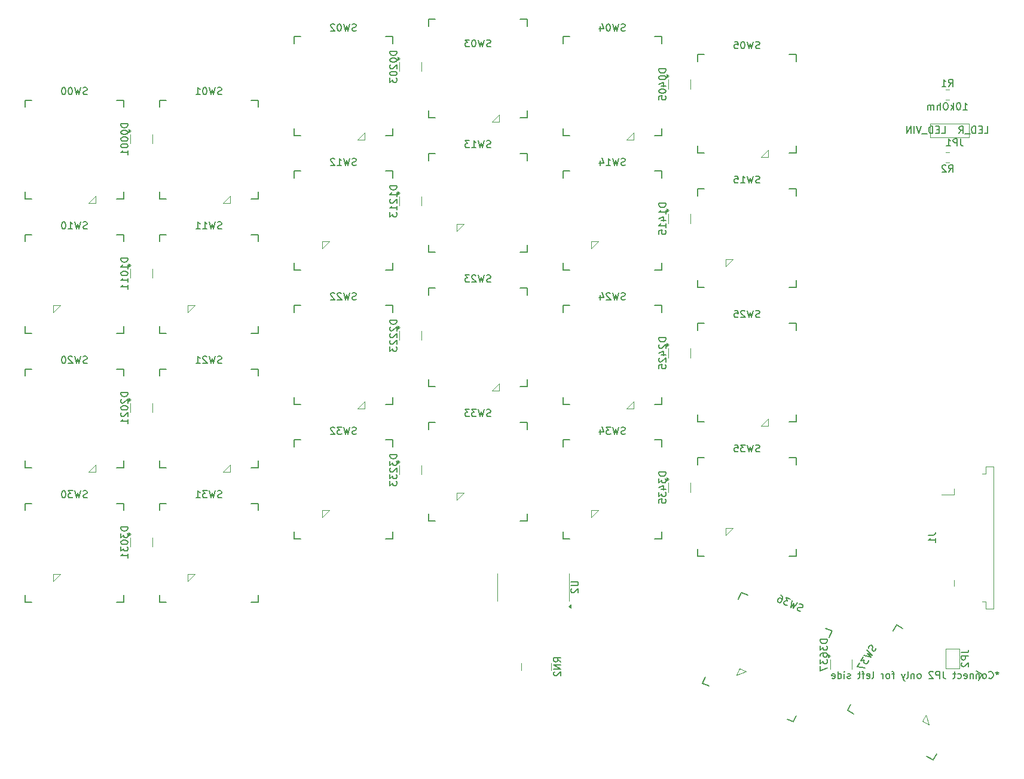
<source format=gbr>
%TF.GenerationSoftware,KiCad,Pcbnew,8.0.8-8.0.8-0~ubuntu22.04.1*%
%TF.CreationDate,2025-01-26T06:24:24-06:00*%
%TF.ProjectId,kbd,6b62642e-6b69-4636-9164-5f7063625858,rev?*%
%TF.SameCoordinates,Original*%
%TF.FileFunction,Legend,Bot*%
%TF.FilePolarity,Positive*%
%FSLAX46Y46*%
G04 Gerber Fmt 4.6, Leading zero omitted, Abs format (unit mm)*
G04 Created by KiCad (PCBNEW 8.0.8-8.0.8-0~ubuntu22.04.1) date 2025-01-26 06:24:24*
%MOMM*%
%LPD*%
G01*
G04 APERTURE LIST*
%ADD10C,0.150000*%
%ADD11C,0.100000*%
%ADD12C,0.120000*%
G04 APERTURE END LIST*
D10*
X190720363Y-133969819D02*
X190720363Y-134207914D01*
X190958458Y-134112676D02*
X190720363Y-134207914D01*
X190720363Y-134207914D02*
X190482268Y-134112676D01*
X190863220Y-134398390D02*
X190720363Y-134207914D01*
X190720363Y-134207914D02*
X190577506Y-134398390D01*
X189529887Y-134874580D02*
X189577506Y-134922200D01*
X189577506Y-134922200D02*
X189720363Y-134969819D01*
X189720363Y-134969819D02*
X189815601Y-134969819D01*
X189815601Y-134969819D02*
X189958458Y-134922200D01*
X189958458Y-134922200D02*
X190053696Y-134826961D01*
X190053696Y-134826961D02*
X190101315Y-134731723D01*
X190101315Y-134731723D02*
X190148934Y-134541247D01*
X190148934Y-134541247D02*
X190148934Y-134398390D01*
X190148934Y-134398390D02*
X190101315Y-134207914D01*
X190101315Y-134207914D02*
X190053696Y-134112676D01*
X190053696Y-134112676D02*
X189958458Y-134017438D01*
X189958458Y-134017438D02*
X189815601Y-133969819D01*
X189815601Y-133969819D02*
X189720363Y-133969819D01*
X189720363Y-133969819D02*
X189577506Y-134017438D01*
X189577506Y-134017438D02*
X189529887Y-134065057D01*
X188958458Y-134969819D02*
X189053696Y-134922200D01*
X189053696Y-134922200D02*
X189101315Y-134874580D01*
X189101315Y-134874580D02*
X189148934Y-134779342D01*
X189148934Y-134779342D02*
X189148934Y-134493628D01*
X189148934Y-134493628D02*
X189101315Y-134398390D01*
X189101315Y-134398390D02*
X189053696Y-134350771D01*
X189053696Y-134350771D02*
X188958458Y-134303152D01*
X188958458Y-134303152D02*
X188815601Y-134303152D01*
X188815601Y-134303152D02*
X188720363Y-134350771D01*
X188720363Y-134350771D02*
X188672744Y-134398390D01*
X188672744Y-134398390D02*
X188625125Y-134493628D01*
X188625125Y-134493628D02*
X188625125Y-134779342D01*
X188625125Y-134779342D02*
X188672744Y-134874580D01*
X188672744Y-134874580D02*
X188720363Y-134922200D01*
X188720363Y-134922200D02*
X188815601Y-134969819D01*
X188815601Y-134969819D02*
X188958458Y-134969819D01*
X188196553Y-134303152D02*
X188196553Y-134969819D01*
X188196553Y-134398390D02*
X188148934Y-134350771D01*
X188148934Y-134350771D02*
X188053696Y-134303152D01*
X188053696Y-134303152D02*
X187910839Y-134303152D01*
X187910839Y-134303152D02*
X187815601Y-134350771D01*
X187815601Y-134350771D02*
X187767982Y-134446009D01*
X187767982Y-134446009D02*
X187767982Y-134969819D01*
X187291791Y-134303152D02*
X187291791Y-134969819D01*
X187291791Y-134398390D02*
X187244172Y-134350771D01*
X187244172Y-134350771D02*
X187148934Y-134303152D01*
X187148934Y-134303152D02*
X187006077Y-134303152D01*
X187006077Y-134303152D02*
X186910839Y-134350771D01*
X186910839Y-134350771D02*
X186863220Y-134446009D01*
X186863220Y-134446009D02*
X186863220Y-134969819D01*
X186006077Y-134922200D02*
X186101315Y-134969819D01*
X186101315Y-134969819D02*
X186291791Y-134969819D01*
X186291791Y-134969819D02*
X186387029Y-134922200D01*
X186387029Y-134922200D02*
X186434648Y-134826961D01*
X186434648Y-134826961D02*
X186434648Y-134446009D01*
X186434648Y-134446009D02*
X186387029Y-134350771D01*
X186387029Y-134350771D02*
X186291791Y-134303152D01*
X186291791Y-134303152D02*
X186101315Y-134303152D01*
X186101315Y-134303152D02*
X186006077Y-134350771D01*
X186006077Y-134350771D02*
X185958458Y-134446009D01*
X185958458Y-134446009D02*
X185958458Y-134541247D01*
X185958458Y-134541247D02*
X186434648Y-134636485D01*
X185101315Y-134922200D02*
X185196553Y-134969819D01*
X185196553Y-134969819D02*
X185387029Y-134969819D01*
X185387029Y-134969819D02*
X185482267Y-134922200D01*
X185482267Y-134922200D02*
X185529886Y-134874580D01*
X185529886Y-134874580D02*
X185577505Y-134779342D01*
X185577505Y-134779342D02*
X185577505Y-134493628D01*
X185577505Y-134493628D02*
X185529886Y-134398390D01*
X185529886Y-134398390D02*
X185482267Y-134350771D01*
X185482267Y-134350771D02*
X185387029Y-134303152D01*
X185387029Y-134303152D02*
X185196553Y-134303152D01*
X185196553Y-134303152D02*
X185101315Y-134350771D01*
X184815600Y-134303152D02*
X184434648Y-134303152D01*
X184672743Y-133969819D02*
X184672743Y-134826961D01*
X184672743Y-134826961D02*
X184625124Y-134922200D01*
X184625124Y-134922200D02*
X184529886Y-134969819D01*
X184529886Y-134969819D02*
X184434648Y-134969819D01*
X183053695Y-133969819D02*
X183053695Y-134684104D01*
X183053695Y-134684104D02*
X183101314Y-134826961D01*
X183101314Y-134826961D02*
X183196552Y-134922200D01*
X183196552Y-134922200D02*
X183339409Y-134969819D01*
X183339409Y-134969819D02*
X183434647Y-134969819D01*
X182577504Y-134969819D02*
X182577504Y-133969819D01*
X182577504Y-133969819D02*
X182196552Y-133969819D01*
X182196552Y-133969819D02*
X182101314Y-134017438D01*
X182101314Y-134017438D02*
X182053695Y-134065057D01*
X182053695Y-134065057D02*
X182006076Y-134160295D01*
X182006076Y-134160295D02*
X182006076Y-134303152D01*
X182006076Y-134303152D02*
X182053695Y-134398390D01*
X182053695Y-134398390D02*
X182101314Y-134446009D01*
X182101314Y-134446009D02*
X182196552Y-134493628D01*
X182196552Y-134493628D02*
X182577504Y-134493628D01*
X181625123Y-134065057D02*
X181577504Y-134017438D01*
X181577504Y-134017438D02*
X181482266Y-133969819D01*
X181482266Y-133969819D02*
X181244171Y-133969819D01*
X181244171Y-133969819D02*
X181148933Y-134017438D01*
X181148933Y-134017438D02*
X181101314Y-134065057D01*
X181101314Y-134065057D02*
X181053695Y-134160295D01*
X181053695Y-134160295D02*
X181053695Y-134255533D01*
X181053695Y-134255533D02*
X181101314Y-134398390D01*
X181101314Y-134398390D02*
X181672742Y-134969819D01*
X181672742Y-134969819D02*
X181053695Y-134969819D01*
X179720361Y-134969819D02*
X179815599Y-134922200D01*
X179815599Y-134922200D02*
X179863218Y-134874580D01*
X179863218Y-134874580D02*
X179910837Y-134779342D01*
X179910837Y-134779342D02*
X179910837Y-134493628D01*
X179910837Y-134493628D02*
X179863218Y-134398390D01*
X179863218Y-134398390D02*
X179815599Y-134350771D01*
X179815599Y-134350771D02*
X179720361Y-134303152D01*
X179720361Y-134303152D02*
X179577504Y-134303152D01*
X179577504Y-134303152D02*
X179482266Y-134350771D01*
X179482266Y-134350771D02*
X179434647Y-134398390D01*
X179434647Y-134398390D02*
X179387028Y-134493628D01*
X179387028Y-134493628D02*
X179387028Y-134779342D01*
X179387028Y-134779342D02*
X179434647Y-134874580D01*
X179434647Y-134874580D02*
X179482266Y-134922200D01*
X179482266Y-134922200D02*
X179577504Y-134969819D01*
X179577504Y-134969819D02*
X179720361Y-134969819D01*
X178958456Y-134303152D02*
X178958456Y-134969819D01*
X178958456Y-134398390D02*
X178910837Y-134350771D01*
X178910837Y-134350771D02*
X178815599Y-134303152D01*
X178815599Y-134303152D02*
X178672742Y-134303152D01*
X178672742Y-134303152D02*
X178577504Y-134350771D01*
X178577504Y-134350771D02*
X178529885Y-134446009D01*
X178529885Y-134446009D02*
X178529885Y-134969819D01*
X177910837Y-134969819D02*
X178006075Y-134922200D01*
X178006075Y-134922200D02*
X178053694Y-134826961D01*
X178053694Y-134826961D02*
X178053694Y-133969819D01*
X177625122Y-134303152D02*
X177387027Y-134969819D01*
X177148932Y-134303152D02*
X177387027Y-134969819D01*
X177387027Y-134969819D02*
X177482265Y-135207914D01*
X177482265Y-135207914D02*
X177529884Y-135255533D01*
X177529884Y-135255533D02*
X177625122Y-135303152D01*
X176148931Y-134303152D02*
X175767979Y-134303152D01*
X176006074Y-134969819D02*
X176006074Y-134112676D01*
X176006074Y-134112676D02*
X175958455Y-134017438D01*
X175958455Y-134017438D02*
X175863217Y-133969819D01*
X175863217Y-133969819D02*
X175767979Y-133969819D01*
X175291788Y-134969819D02*
X175387026Y-134922200D01*
X175387026Y-134922200D02*
X175434645Y-134874580D01*
X175434645Y-134874580D02*
X175482264Y-134779342D01*
X175482264Y-134779342D02*
X175482264Y-134493628D01*
X175482264Y-134493628D02*
X175434645Y-134398390D01*
X175434645Y-134398390D02*
X175387026Y-134350771D01*
X175387026Y-134350771D02*
X175291788Y-134303152D01*
X175291788Y-134303152D02*
X175148931Y-134303152D01*
X175148931Y-134303152D02*
X175053693Y-134350771D01*
X175053693Y-134350771D02*
X175006074Y-134398390D01*
X175006074Y-134398390D02*
X174958455Y-134493628D01*
X174958455Y-134493628D02*
X174958455Y-134779342D01*
X174958455Y-134779342D02*
X175006074Y-134874580D01*
X175006074Y-134874580D02*
X175053693Y-134922200D01*
X175053693Y-134922200D02*
X175148931Y-134969819D01*
X175148931Y-134969819D02*
X175291788Y-134969819D01*
X174529883Y-134969819D02*
X174529883Y-134303152D01*
X174529883Y-134493628D02*
X174482264Y-134398390D01*
X174482264Y-134398390D02*
X174434645Y-134350771D01*
X174434645Y-134350771D02*
X174339407Y-134303152D01*
X174339407Y-134303152D02*
X174244169Y-134303152D01*
X173006073Y-134969819D02*
X173101311Y-134922200D01*
X173101311Y-134922200D02*
X173148930Y-134826961D01*
X173148930Y-134826961D02*
X173148930Y-133969819D01*
X172244168Y-134922200D02*
X172339406Y-134969819D01*
X172339406Y-134969819D02*
X172529882Y-134969819D01*
X172529882Y-134969819D02*
X172625120Y-134922200D01*
X172625120Y-134922200D02*
X172672739Y-134826961D01*
X172672739Y-134826961D02*
X172672739Y-134446009D01*
X172672739Y-134446009D02*
X172625120Y-134350771D01*
X172625120Y-134350771D02*
X172529882Y-134303152D01*
X172529882Y-134303152D02*
X172339406Y-134303152D01*
X172339406Y-134303152D02*
X172244168Y-134350771D01*
X172244168Y-134350771D02*
X172196549Y-134446009D01*
X172196549Y-134446009D02*
X172196549Y-134541247D01*
X172196549Y-134541247D02*
X172672739Y-134636485D01*
X171910834Y-134303152D02*
X171529882Y-134303152D01*
X171767977Y-134969819D02*
X171767977Y-134112676D01*
X171767977Y-134112676D02*
X171720358Y-134017438D01*
X171720358Y-134017438D02*
X171625120Y-133969819D01*
X171625120Y-133969819D02*
X171529882Y-133969819D01*
X171339405Y-134303152D02*
X170958453Y-134303152D01*
X171196548Y-133969819D02*
X171196548Y-134826961D01*
X171196548Y-134826961D02*
X171148929Y-134922200D01*
X171148929Y-134922200D02*
X171053691Y-134969819D01*
X171053691Y-134969819D02*
X170958453Y-134969819D01*
X169910833Y-134922200D02*
X169815595Y-134969819D01*
X169815595Y-134969819D02*
X169625119Y-134969819D01*
X169625119Y-134969819D02*
X169529881Y-134922200D01*
X169529881Y-134922200D02*
X169482262Y-134826961D01*
X169482262Y-134826961D02*
X169482262Y-134779342D01*
X169482262Y-134779342D02*
X169529881Y-134684104D01*
X169529881Y-134684104D02*
X169625119Y-134636485D01*
X169625119Y-134636485D02*
X169767976Y-134636485D01*
X169767976Y-134636485D02*
X169863214Y-134588866D01*
X169863214Y-134588866D02*
X169910833Y-134493628D01*
X169910833Y-134493628D02*
X169910833Y-134446009D01*
X169910833Y-134446009D02*
X169863214Y-134350771D01*
X169863214Y-134350771D02*
X169767976Y-134303152D01*
X169767976Y-134303152D02*
X169625119Y-134303152D01*
X169625119Y-134303152D02*
X169529881Y-134350771D01*
X169053690Y-134969819D02*
X169053690Y-134303152D01*
X169053690Y-133969819D02*
X169101309Y-134017438D01*
X169101309Y-134017438D02*
X169053690Y-134065057D01*
X169053690Y-134065057D02*
X169006071Y-134017438D01*
X169006071Y-134017438D02*
X169053690Y-133969819D01*
X169053690Y-133969819D02*
X169053690Y-134065057D01*
X168148929Y-134969819D02*
X168148929Y-133969819D01*
X168148929Y-134922200D02*
X168244167Y-134969819D01*
X168244167Y-134969819D02*
X168434643Y-134969819D01*
X168434643Y-134969819D02*
X168529881Y-134922200D01*
X168529881Y-134922200D02*
X168577500Y-134874580D01*
X168577500Y-134874580D02*
X168625119Y-134779342D01*
X168625119Y-134779342D02*
X168625119Y-134493628D01*
X168625119Y-134493628D02*
X168577500Y-134398390D01*
X168577500Y-134398390D02*
X168529881Y-134350771D01*
X168529881Y-134350771D02*
X168434643Y-134303152D01*
X168434643Y-134303152D02*
X168244167Y-134303152D01*
X168244167Y-134303152D02*
X168148929Y-134350771D01*
X167291786Y-134922200D02*
X167387024Y-134969819D01*
X167387024Y-134969819D02*
X167577500Y-134969819D01*
X167577500Y-134969819D02*
X167672738Y-134922200D01*
X167672738Y-134922200D02*
X167720357Y-134826961D01*
X167720357Y-134826961D02*
X167720357Y-134446009D01*
X167720357Y-134446009D02*
X167672738Y-134350771D01*
X167672738Y-134350771D02*
X167577500Y-134303152D01*
X167577500Y-134303152D02*
X167387024Y-134303152D01*
X167387024Y-134303152D02*
X167291786Y-134350771D01*
X167291786Y-134350771D02*
X167244167Y-134446009D01*
X167244167Y-134446009D02*
X167244167Y-134541247D01*
X167244167Y-134541247D02*
X167720357Y-134636485D01*
X138009523Y-43152200D02*
X137866666Y-43199819D01*
X137866666Y-43199819D02*
X137628571Y-43199819D01*
X137628571Y-43199819D02*
X137533333Y-43152200D01*
X137533333Y-43152200D02*
X137485714Y-43104580D01*
X137485714Y-43104580D02*
X137438095Y-43009342D01*
X137438095Y-43009342D02*
X137438095Y-42914104D01*
X137438095Y-42914104D02*
X137485714Y-42818866D01*
X137485714Y-42818866D02*
X137533333Y-42771247D01*
X137533333Y-42771247D02*
X137628571Y-42723628D01*
X137628571Y-42723628D02*
X137819047Y-42676009D01*
X137819047Y-42676009D02*
X137914285Y-42628390D01*
X137914285Y-42628390D02*
X137961904Y-42580771D01*
X137961904Y-42580771D02*
X138009523Y-42485533D01*
X138009523Y-42485533D02*
X138009523Y-42390295D01*
X138009523Y-42390295D02*
X137961904Y-42295057D01*
X137961904Y-42295057D02*
X137914285Y-42247438D01*
X137914285Y-42247438D02*
X137819047Y-42199819D01*
X137819047Y-42199819D02*
X137580952Y-42199819D01*
X137580952Y-42199819D02*
X137438095Y-42247438D01*
X137104761Y-42199819D02*
X136866666Y-43199819D01*
X136866666Y-43199819D02*
X136676190Y-42485533D01*
X136676190Y-42485533D02*
X136485714Y-43199819D01*
X136485714Y-43199819D02*
X136247619Y-42199819D01*
X135676190Y-42199819D02*
X135580952Y-42199819D01*
X135580952Y-42199819D02*
X135485714Y-42247438D01*
X135485714Y-42247438D02*
X135438095Y-42295057D01*
X135438095Y-42295057D02*
X135390476Y-42390295D01*
X135390476Y-42390295D02*
X135342857Y-42580771D01*
X135342857Y-42580771D02*
X135342857Y-42818866D01*
X135342857Y-42818866D02*
X135390476Y-43009342D01*
X135390476Y-43009342D02*
X135438095Y-43104580D01*
X135438095Y-43104580D02*
X135485714Y-43152200D01*
X135485714Y-43152200D02*
X135580952Y-43199819D01*
X135580952Y-43199819D02*
X135676190Y-43199819D01*
X135676190Y-43199819D02*
X135771428Y-43152200D01*
X135771428Y-43152200D02*
X135819047Y-43104580D01*
X135819047Y-43104580D02*
X135866666Y-43009342D01*
X135866666Y-43009342D02*
X135914285Y-42818866D01*
X135914285Y-42818866D02*
X135914285Y-42580771D01*
X135914285Y-42580771D02*
X135866666Y-42390295D01*
X135866666Y-42390295D02*
X135819047Y-42295057D01*
X135819047Y-42295057D02*
X135771428Y-42247438D01*
X135771428Y-42247438D02*
X135676190Y-42199819D01*
X134485714Y-42533152D02*
X134485714Y-43199819D01*
X134723809Y-42152200D02*
X134961904Y-42866485D01*
X134961904Y-42866485D02*
X134342857Y-42866485D01*
X157059523Y-45652200D02*
X156916666Y-45699819D01*
X156916666Y-45699819D02*
X156678571Y-45699819D01*
X156678571Y-45699819D02*
X156583333Y-45652200D01*
X156583333Y-45652200D02*
X156535714Y-45604580D01*
X156535714Y-45604580D02*
X156488095Y-45509342D01*
X156488095Y-45509342D02*
X156488095Y-45414104D01*
X156488095Y-45414104D02*
X156535714Y-45318866D01*
X156535714Y-45318866D02*
X156583333Y-45271247D01*
X156583333Y-45271247D02*
X156678571Y-45223628D01*
X156678571Y-45223628D02*
X156869047Y-45176009D01*
X156869047Y-45176009D02*
X156964285Y-45128390D01*
X156964285Y-45128390D02*
X157011904Y-45080771D01*
X157011904Y-45080771D02*
X157059523Y-44985533D01*
X157059523Y-44985533D02*
X157059523Y-44890295D01*
X157059523Y-44890295D02*
X157011904Y-44795057D01*
X157011904Y-44795057D02*
X156964285Y-44747438D01*
X156964285Y-44747438D02*
X156869047Y-44699819D01*
X156869047Y-44699819D02*
X156630952Y-44699819D01*
X156630952Y-44699819D02*
X156488095Y-44747438D01*
X156154761Y-44699819D02*
X155916666Y-45699819D01*
X155916666Y-45699819D02*
X155726190Y-44985533D01*
X155726190Y-44985533D02*
X155535714Y-45699819D01*
X155535714Y-45699819D02*
X155297619Y-44699819D01*
X154726190Y-44699819D02*
X154630952Y-44699819D01*
X154630952Y-44699819D02*
X154535714Y-44747438D01*
X154535714Y-44747438D02*
X154488095Y-44795057D01*
X154488095Y-44795057D02*
X154440476Y-44890295D01*
X154440476Y-44890295D02*
X154392857Y-45080771D01*
X154392857Y-45080771D02*
X154392857Y-45318866D01*
X154392857Y-45318866D02*
X154440476Y-45509342D01*
X154440476Y-45509342D02*
X154488095Y-45604580D01*
X154488095Y-45604580D02*
X154535714Y-45652200D01*
X154535714Y-45652200D02*
X154630952Y-45699819D01*
X154630952Y-45699819D02*
X154726190Y-45699819D01*
X154726190Y-45699819D02*
X154821428Y-45652200D01*
X154821428Y-45652200D02*
X154869047Y-45604580D01*
X154869047Y-45604580D02*
X154916666Y-45509342D01*
X154916666Y-45509342D02*
X154964285Y-45318866D01*
X154964285Y-45318866D02*
X154964285Y-45080771D01*
X154964285Y-45080771D02*
X154916666Y-44890295D01*
X154916666Y-44890295D02*
X154869047Y-44795057D01*
X154869047Y-44795057D02*
X154821428Y-44747438D01*
X154821428Y-44747438D02*
X154726190Y-44699819D01*
X153488095Y-44699819D02*
X153964285Y-44699819D01*
X153964285Y-44699819D02*
X154011904Y-45176009D01*
X154011904Y-45176009D02*
X153964285Y-45128390D01*
X153964285Y-45128390D02*
X153869047Y-45080771D01*
X153869047Y-45080771D02*
X153630952Y-45080771D01*
X153630952Y-45080771D02*
X153535714Y-45128390D01*
X153535714Y-45128390D02*
X153488095Y-45176009D01*
X153488095Y-45176009D02*
X153440476Y-45271247D01*
X153440476Y-45271247D02*
X153440476Y-45509342D01*
X153440476Y-45509342D02*
X153488095Y-45604580D01*
X153488095Y-45604580D02*
X153535714Y-45652200D01*
X153535714Y-45652200D02*
X153630952Y-45699819D01*
X153630952Y-45699819D02*
X153869047Y-45699819D01*
X153869047Y-45699819D02*
X153964285Y-45652200D01*
X153964285Y-45652200D02*
X154011904Y-45604580D01*
X118959523Y-59702200D02*
X118816666Y-59749819D01*
X118816666Y-59749819D02*
X118578571Y-59749819D01*
X118578571Y-59749819D02*
X118483333Y-59702200D01*
X118483333Y-59702200D02*
X118435714Y-59654580D01*
X118435714Y-59654580D02*
X118388095Y-59559342D01*
X118388095Y-59559342D02*
X118388095Y-59464104D01*
X118388095Y-59464104D02*
X118435714Y-59368866D01*
X118435714Y-59368866D02*
X118483333Y-59321247D01*
X118483333Y-59321247D02*
X118578571Y-59273628D01*
X118578571Y-59273628D02*
X118769047Y-59226009D01*
X118769047Y-59226009D02*
X118864285Y-59178390D01*
X118864285Y-59178390D02*
X118911904Y-59130771D01*
X118911904Y-59130771D02*
X118959523Y-59035533D01*
X118959523Y-59035533D02*
X118959523Y-58940295D01*
X118959523Y-58940295D02*
X118911904Y-58845057D01*
X118911904Y-58845057D02*
X118864285Y-58797438D01*
X118864285Y-58797438D02*
X118769047Y-58749819D01*
X118769047Y-58749819D02*
X118530952Y-58749819D01*
X118530952Y-58749819D02*
X118388095Y-58797438D01*
X118054761Y-58749819D02*
X117816666Y-59749819D01*
X117816666Y-59749819D02*
X117626190Y-59035533D01*
X117626190Y-59035533D02*
X117435714Y-59749819D01*
X117435714Y-59749819D02*
X117197619Y-58749819D01*
X116292857Y-59749819D02*
X116864285Y-59749819D01*
X116578571Y-59749819D02*
X116578571Y-58749819D01*
X116578571Y-58749819D02*
X116673809Y-58892676D01*
X116673809Y-58892676D02*
X116769047Y-58987914D01*
X116769047Y-58987914D02*
X116864285Y-59035533D01*
X115959523Y-58749819D02*
X115340476Y-58749819D01*
X115340476Y-58749819D02*
X115673809Y-59130771D01*
X115673809Y-59130771D02*
X115530952Y-59130771D01*
X115530952Y-59130771D02*
X115435714Y-59178390D01*
X115435714Y-59178390D02*
X115388095Y-59226009D01*
X115388095Y-59226009D02*
X115340476Y-59321247D01*
X115340476Y-59321247D02*
X115340476Y-59559342D01*
X115340476Y-59559342D02*
X115388095Y-59654580D01*
X115388095Y-59654580D02*
X115435714Y-59702200D01*
X115435714Y-59702200D02*
X115530952Y-59749819D01*
X115530952Y-59749819D02*
X115816666Y-59749819D01*
X115816666Y-59749819D02*
X115911904Y-59702200D01*
X115911904Y-59702200D02*
X115959523Y-59654580D01*
X118959523Y-97802200D02*
X118816666Y-97849819D01*
X118816666Y-97849819D02*
X118578571Y-97849819D01*
X118578571Y-97849819D02*
X118483333Y-97802200D01*
X118483333Y-97802200D02*
X118435714Y-97754580D01*
X118435714Y-97754580D02*
X118388095Y-97659342D01*
X118388095Y-97659342D02*
X118388095Y-97564104D01*
X118388095Y-97564104D02*
X118435714Y-97468866D01*
X118435714Y-97468866D02*
X118483333Y-97421247D01*
X118483333Y-97421247D02*
X118578571Y-97373628D01*
X118578571Y-97373628D02*
X118769047Y-97326009D01*
X118769047Y-97326009D02*
X118864285Y-97278390D01*
X118864285Y-97278390D02*
X118911904Y-97230771D01*
X118911904Y-97230771D02*
X118959523Y-97135533D01*
X118959523Y-97135533D02*
X118959523Y-97040295D01*
X118959523Y-97040295D02*
X118911904Y-96945057D01*
X118911904Y-96945057D02*
X118864285Y-96897438D01*
X118864285Y-96897438D02*
X118769047Y-96849819D01*
X118769047Y-96849819D02*
X118530952Y-96849819D01*
X118530952Y-96849819D02*
X118388095Y-96897438D01*
X118054761Y-96849819D02*
X117816666Y-97849819D01*
X117816666Y-97849819D02*
X117626190Y-97135533D01*
X117626190Y-97135533D02*
X117435714Y-97849819D01*
X117435714Y-97849819D02*
X117197619Y-96849819D01*
X116911904Y-96849819D02*
X116292857Y-96849819D01*
X116292857Y-96849819D02*
X116626190Y-97230771D01*
X116626190Y-97230771D02*
X116483333Y-97230771D01*
X116483333Y-97230771D02*
X116388095Y-97278390D01*
X116388095Y-97278390D02*
X116340476Y-97326009D01*
X116340476Y-97326009D02*
X116292857Y-97421247D01*
X116292857Y-97421247D02*
X116292857Y-97659342D01*
X116292857Y-97659342D02*
X116340476Y-97754580D01*
X116340476Y-97754580D02*
X116388095Y-97802200D01*
X116388095Y-97802200D02*
X116483333Y-97849819D01*
X116483333Y-97849819D02*
X116769047Y-97849819D01*
X116769047Y-97849819D02*
X116864285Y-97802200D01*
X116864285Y-97802200D02*
X116911904Y-97754580D01*
X115959523Y-96849819D02*
X115340476Y-96849819D01*
X115340476Y-96849819D02*
X115673809Y-97230771D01*
X115673809Y-97230771D02*
X115530952Y-97230771D01*
X115530952Y-97230771D02*
X115435714Y-97278390D01*
X115435714Y-97278390D02*
X115388095Y-97326009D01*
X115388095Y-97326009D02*
X115340476Y-97421247D01*
X115340476Y-97421247D02*
X115340476Y-97659342D01*
X115340476Y-97659342D02*
X115388095Y-97754580D01*
X115388095Y-97754580D02*
X115435714Y-97802200D01*
X115435714Y-97802200D02*
X115530952Y-97849819D01*
X115530952Y-97849819D02*
X115816666Y-97849819D01*
X115816666Y-97849819D02*
X115911904Y-97802200D01*
X115911904Y-97802200D02*
X115959523Y-97754580D01*
X173557408Y-130636506D02*
X173527219Y-130784033D01*
X173527219Y-130784033D02*
X173408171Y-130990230D01*
X173408171Y-130990230D02*
X173319313Y-131048899D01*
X173319313Y-131048899D02*
X173254264Y-131066329D01*
X173254264Y-131066329D02*
X173147976Y-131059949D01*
X173147976Y-131059949D02*
X173065497Y-131012330D01*
X173065497Y-131012330D02*
X173006828Y-130923472D01*
X173006828Y-130923472D02*
X172989398Y-130858423D01*
X172989398Y-130858423D02*
X172995778Y-130752135D01*
X172995778Y-130752135D02*
X173049777Y-130563368D01*
X173049777Y-130563368D02*
X173056157Y-130457080D01*
X173056157Y-130457080D02*
X173038727Y-130392031D01*
X173038727Y-130392031D02*
X172980058Y-130303173D01*
X172980058Y-130303173D02*
X172897579Y-130255554D01*
X172897579Y-130255554D02*
X172791291Y-130249174D01*
X172791291Y-130249174D02*
X172726242Y-130266604D01*
X172726242Y-130266604D02*
X172637384Y-130325273D01*
X172637384Y-130325273D02*
X172518336Y-130531469D01*
X172518336Y-130531469D02*
X172488147Y-130678997D01*
X172280241Y-130943862D02*
X173027219Y-131650059D01*
X173027219Y-131650059D02*
X172313391Y-131457873D01*
X172313391Y-131457873D02*
X172836742Y-131979973D01*
X172836742Y-131979973D02*
X171851669Y-131686170D01*
X171708812Y-131933605D02*
X171399289Y-132469716D01*
X171399289Y-132469716D02*
X171895870Y-132371517D01*
X171895870Y-132371517D02*
X171824441Y-132495235D01*
X171824441Y-132495235D02*
X171818061Y-132601524D01*
X171818061Y-132601524D02*
X171835491Y-132666572D01*
X171835491Y-132666572D02*
X171894160Y-132755431D01*
X171894160Y-132755431D02*
X172100357Y-132874478D01*
X172100357Y-132874478D02*
X172206645Y-132880858D01*
X172206645Y-132880858D02*
X172271694Y-132863428D01*
X172271694Y-132863428D02*
X172360552Y-132804759D01*
X172360552Y-132804759D02*
X172503409Y-132557323D01*
X172503409Y-132557323D02*
X172509789Y-132451035D01*
X172509789Y-132451035D02*
X172492359Y-132385986D01*
X171232622Y-132758392D02*
X170899289Y-133335742D01*
X170899289Y-133335742D02*
X171979600Y-133464588D01*
X157059523Y-64702200D02*
X156916666Y-64749819D01*
X156916666Y-64749819D02*
X156678571Y-64749819D01*
X156678571Y-64749819D02*
X156583333Y-64702200D01*
X156583333Y-64702200D02*
X156535714Y-64654580D01*
X156535714Y-64654580D02*
X156488095Y-64559342D01*
X156488095Y-64559342D02*
X156488095Y-64464104D01*
X156488095Y-64464104D02*
X156535714Y-64368866D01*
X156535714Y-64368866D02*
X156583333Y-64321247D01*
X156583333Y-64321247D02*
X156678571Y-64273628D01*
X156678571Y-64273628D02*
X156869047Y-64226009D01*
X156869047Y-64226009D02*
X156964285Y-64178390D01*
X156964285Y-64178390D02*
X157011904Y-64130771D01*
X157011904Y-64130771D02*
X157059523Y-64035533D01*
X157059523Y-64035533D02*
X157059523Y-63940295D01*
X157059523Y-63940295D02*
X157011904Y-63845057D01*
X157011904Y-63845057D02*
X156964285Y-63797438D01*
X156964285Y-63797438D02*
X156869047Y-63749819D01*
X156869047Y-63749819D02*
X156630952Y-63749819D01*
X156630952Y-63749819D02*
X156488095Y-63797438D01*
X156154761Y-63749819D02*
X155916666Y-64749819D01*
X155916666Y-64749819D02*
X155726190Y-64035533D01*
X155726190Y-64035533D02*
X155535714Y-64749819D01*
X155535714Y-64749819D02*
X155297619Y-63749819D01*
X154392857Y-64749819D02*
X154964285Y-64749819D01*
X154678571Y-64749819D02*
X154678571Y-63749819D01*
X154678571Y-63749819D02*
X154773809Y-63892676D01*
X154773809Y-63892676D02*
X154869047Y-63987914D01*
X154869047Y-63987914D02*
X154964285Y-64035533D01*
X153488095Y-63749819D02*
X153964285Y-63749819D01*
X153964285Y-63749819D02*
X154011904Y-64226009D01*
X154011904Y-64226009D02*
X153964285Y-64178390D01*
X153964285Y-64178390D02*
X153869047Y-64130771D01*
X153869047Y-64130771D02*
X153630952Y-64130771D01*
X153630952Y-64130771D02*
X153535714Y-64178390D01*
X153535714Y-64178390D02*
X153488095Y-64226009D01*
X153488095Y-64226009D02*
X153440476Y-64321247D01*
X153440476Y-64321247D02*
X153440476Y-64559342D01*
X153440476Y-64559342D02*
X153488095Y-64654580D01*
X153488095Y-64654580D02*
X153535714Y-64702200D01*
X153535714Y-64702200D02*
X153630952Y-64749819D01*
X153630952Y-64749819D02*
X153869047Y-64749819D01*
X153869047Y-64749819D02*
X153964285Y-64702200D01*
X153964285Y-64702200D02*
X154011904Y-64654580D01*
X138009523Y-62202200D02*
X137866666Y-62249819D01*
X137866666Y-62249819D02*
X137628571Y-62249819D01*
X137628571Y-62249819D02*
X137533333Y-62202200D01*
X137533333Y-62202200D02*
X137485714Y-62154580D01*
X137485714Y-62154580D02*
X137438095Y-62059342D01*
X137438095Y-62059342D02*
X137438095Y-61964104D01*
X137438095Y-61964104D02*
X137485714Y-61868866D01*
X137485714Y-61868866D02*
X137533333Y-61821247D01*
X137533333Y-61821247D02*
X137628571Y-61773628D01*
X137628571Y-61773628D02*
X137819047Y-61726009D01*
X137819047Y-61726009D02*
X137914285Y-61678390D01*
X137914285Y-61678390D02*
X137961904Y-61630771D01*
X137961904Y-61630771D02*
X138009523Y-61535533D01*
X138009523Y-61535533D02*
X138009523Y-61440295D01*
X138009523Y-61440295D02*
X137961904Y-61345057D01*
X137961904Y-61345057D02*
X137914285Y-61297438D01*
X137914285Y-61297438D02*
X137819047Y-61249819D01*
X137819047Y-61249819D02*
X137580952Y-61249819D01*
X137580952Y-61249819D02*
X137438095Y-61297438D01*
X137104761Y-61249819D02*
X136866666Y-62249819D01*
X136866666Y-62249819D02*
X136676190Y-61535533D01*
X136676190Y-61535533D02*
X136485714Y-62249819D01*
X136485714Y-62249819D02*
X136247619Y-61249819D01*
X135342857Y-62249819D02*
X135914285Y-62249819D01*
X135628571Y-62249819D02*
X135628571Y-61249819D01*
X135628571Y-61249819D02*
X135723809Y-61392676D01*
X135723809Y-61392676D02*
X135819047Y-61487914D01*
X135819047Y-61487914D02*
X135914285Y-61535533D01*
X134485714Y-61583152D02*
X134485714Y-62249819D01*
X134723809Y-61202200D02*
X134961904Y-61916485D01*
X134961904Y-61916485D02*
X134342857Y-61916485D01*
X80859523Y-109302200D02*
X80716666Y-109349819D01*
X80716666Y-109349819D02*
X80478571Y-109349819D01*
X80478571Y-109349819D02*
X80383333Y-109302200D01*
X80383333Y-109302200D02*
X80335714Y-109254580D01*
X80335714Y-109254580D02*
X80288095Y-109159342D01*
X80288095Y-109159342D02*
X80288095Y-109064104D01*
X80288095Y-109064104D02*
X80335714Y-108968866D01*
X80335714Y-108968866D02*
X80383333Y-108921247D01*
X80383333Y-108921247D02*
X80478571Y-108873628D01*
X80478571Y-108873628D02*
X80669047Y-108826009D01*
X80669047Y-108826009D02*
X80764285Y-108778390D01*
X80764285Y-108778390D02*
X80811904Y-108730771D01*
X80811904Y-108730771D02*
X80859523Y-108635533D01*
X80859523Y-108635533D02*
X80859523Y-108540295D01*
X80859523Y-108540295D02*
X80811904Y-108445057D01*
X80811904Y-108445057D02*
X80764285Y-108397438D01*
X80764285Y-108397438D02*
X80669047Y-108349819D01*
X80669047Y-108349819D02*
X80430952Y-108349819D01*
X80430952Y-108349819D02*
X80288095Y-108397438D01*
X79954761Y-108349819D02*
X79716666Y-109349819D01*
X79716666Y-109349819D02*
X79526190Y-108635533D01*
X79526190Y-108635533D02*
X79335714Y-109349819D01*
X79335714Y-109349819D02*
X79097619Y-108349819D01*
X78811904Y-108349819D02*
X78192857Y-108349819D01*
X78192857Y-108349819D02*
X78526190Y-108730771D01*
X78526190Y-108730771D02*
X78383333Y-108730771D01*
X78383333Y-108730771D02*
X78288095Y-108778390D01*
X78288095Y-108778390D02*
X78240476Y-108826009D01*
X78240476Y-108826009D02*
X78192857Y-108921247D01*
X78192857Y-108921247D02*
X78192857Y-109159342D01*
X78192857Y-109159342D02*
X78240476Y-109254580D01*
X78240476Y-109254580D02*
X78288095Y-109302200D01*
X78288095Y-109302200D02*
X78383333Y-109349819D01*
X78383333Y-109349819D02*
X78669047Y-109349819D01*
X78669047Y-109349819D02*
X78764285Y-109302200D01*
X78764285Y-109302200D02*
X78811904Y-109254580D01*
X77240476Y-109349819D02*
X77811904Y-109349819D01*
X77526190Y-109349819D02*
X77526190Y-108349819D01*
X77526190Y-108349819D02*
X77621428Y-108492676D01*
X77621428Y-108492676D02*
X77716666Y-108587914D01*
X77716666Y-108587914D02*
X77811904Y-108635533D01*
X118959523Y-45407200D02*
X118816666Y-45454819D01*
X118816666Y-45454819D02*
X118578571Y-45454819D01*
X118578571Y-45454819D02*
X118483333Y-45407200D01*
X118483333Y-45407200D02*
X118435714Y-45359580D01*
X118435714Y-45359580D02*
X118388095Y-45264342D01*
X118388095Y-45264342D02*
X118388095Y-45169104D01*
X118388095Y-45169104D02*
X118435714Y-45073866D01*
X118435714Y-45073866D02*
X118483333Y-45026247D01*
X118483333Y-45026247D02*
X118578571Y-44978628D01*
X118578571Y-44978628D02*
X118769047Y-44931009D01*
X118769047Y-44931009D02*
X118864285Y-44883390D01*
X118864285Y-44883390D02*
X118911904Y-44835771D01*
X118911904Y-44835771D02*
X118959523Y-44740533D01*
X118959523Y-44740533D02*
X118959523Y-44645295D01*
X118959523Y-44645295D02*
X118911904Y-44550057D01*
X118911904Y-44550057D02*
X118864285Y-44502438D01*
X118864285Y-44502438D02*
X118769047Y-44454819D01*
X118769047Y-44454819D02*
X118530952Y-44454819D01*
X118530952Y-44454819D02*
X118388095Y-44502438D01*
X118054761Y-44454819D02*
X117816666Y-45454819D01*
X117816666Y-45454819D02*
X117626190Y-44740533D01*
X117626190Y-44740533D02*
X117435714Y-45454819D01*
X117435714Y-45454819D02*
X117197619Y-44454819D01*
X116626190Y-44454819D02*
X116530952Y-44454819D01*
X116530952Y-44454819D02*
X116435714Y-44502438D01*
X116435714Y-44502438D02*
X116388095Y-44550057D01*
X116388095Y-44550057D02*
X116340476Y-44645295D01*
X116340476Y-44645295D02*
X116292857Y-44835771D01*
X116292857Y-44835771D02*
X116292857Y-45073866D01*
X116292857Y-45073866D02*
X116340476Y-45264342D01*
X116340476Y-45264342D02*
X116388095Y-45359580D01*
X116388095Y-45359580D02*
X116435714Y-45407200D01*
X116435714Y-45407200D02*
X116530952Y-45454819D01*
X116530952Y-45454819D02*
X116626190Y-45454819D01*
X116626190Y-45454819D02*
X116721428Y-45407200D01*
X116721428Y-45407200D02*
X116769047Y-45359580D01*
X116769047Y-45359580D02*
X116816666Y-45264342D01*
X116816666Y-45264342D02*
X116864285Y-45073866D01*
X116864285Y-45073866D02*
X116864285Y-44835771D01*
X116864285Y-44835771D02*
X116816666Y-44645295D01*
X116816666Y-44645295D02*
X116769047Y-44550057D01*
X116769047Y-44550057D02*
X116721428Y-44502438D01*
X116721428Y-44502438D02*
X116626190Y-44454819D01*
X115959523Y-44454819D02*
X115340476Y-44454819D01*
X115340476Y-44454819D02*
X115673809Y-44835771D01*
X115673809Y-44835771D02*
X115530952Y-44835771D01*
X115530952Y-44835771D02*
X115435714Y-44883390D01*
X115435714Y-44883390D02*
X115388095Y-44931009D01*
X115388095Y-44931009D02*
X115340476Y-45026247D01*
X115340476Y-45026247D02*
X115340476Y-45264342D01*
X115340476Y-45264342D02*
X115388095Y-45359580D01*
X115388095Y-45359580D02*
X115435714Y-45407200D01*
X115435714Y-45407200D02*
X115530952Y-45454819D01*
X115530952Y-45454819D02*
X115816666Y-45454819D01*
X115816666Y-45454819D02*
X115911904Y-45407200D01*
X115911904Y-45407200D02*
X115959523Y-45359580D01*
X138009523Y-81252200D02*
X137866666Y-81299819D01*
X137866666Y-81299819D02*
X137628571Y-81299819D01*
X137628571Y-81299819D02*
X137533333Y-81252200D01*
X137533333Y-81252200D02*
X137485714Y-81204580D01*
X137485714Y-81204580D02*
X137438095Y-81109342D01*
X137438095Y-81109342D02*
X137438095Y-81014104D01*
X137438095Y-81014104D02*
X137485714Y-80918866D01*
X137485714Y-80918866D02*
X137533333Y-80871247D01*
X137533333Y-80871247D02*
X137628571Y-80823628D01*
X137628571Y-80823628D02*
X137819047Y-80776009D01*
X137819047Y-80776009D02*
X137914285Y-80728390D01*
X137914285Y-80728390D02*
X137961904Y-80680771D01*
X137961904Y-80680771D02*
X138009523Y-80585533D01*
X138009523Y-80585533D02*
X138009523Y-80490295D01*
X138009523Y-80490295D02*
X137961904Y-80395057D01*
X137961904Y-80395057D02*
X137914285Y-80347438D01*
X137914285Y-80347438D02*
X137819047Y-80299819D01*
X137819047Y-80299819D02*
X137580952Y-80299819D01*
X137580952Y-80299819D02*
X137438095Y-80347438D01*
X137104761Y-80299819D02*
X136866666Y-81299819D01*
X136866666Y-81299819D02*
X136676190Y-80585533D01*
X136676190Y-80585533D02*
X136485714Y-81299819D01*
X136485714Y-81299819D02*
X136247619Y-80299819D01*
X135914285Y-80395057D02*
X135866666Y-80347438D01*
X135866666Y-80347438D02*
X135771428Y-80299819D01*
X135771428Y-80299819D02*
X135533333Y-80299819D01*
X135533333Y-80299819D02*
X135438095Y-80347438D01*
X135438095Y-80347438D02*
X135390476Y-80395057D01*
X135390476Y-80395057D02*
X135342857Y-80490295D01*
X135342857Y-80490295D02*
X135342857Y-80585533D01*
X135342857Y-80585533D02*
X135390476Y-80728390D01*
X135390476Y-80728390D02*
X135961904Y-81299819D01*
X135961904Y-81299819D02*
X135342857Y-81299819D01*
X134485714Y-80633152D02*
X134485714Y-81299819D01*
X134723809Y-80252200D02*
X134961904Y-80966485D01*
X134961904Y-80966485D02*
X134342857Y-80966485D01*
X80859523Y-90252200D02*
X80716666Y-90299819D01*
X80716666Y-90299819D02*
X80478571Y-90299819D01*
X80478571Y-90299819D02*
X80383333Y-90252200D01*
X80383333Y-90252200D02*
X80335714Y-90204580D01*
X80335714Y-90204580D02*
X80288095Y-90109342D01*
X80288095Y-90109342D02*
X80288095Y-90014104D01*
X80288095Y-90014104D02*
X80335714Y-89918866D01*
X80335714Y-89918866D02*
X80383333Y-89871247D01*
X80383333Y-89871247D02*
X80478571Y-89823628D01*
X80478571Y-89823628D02*
X80669047Y-89776009D01*
X80669047Y-89776009D02*
X80764285Y-89728390D01*
X80764285Y-89728390D02*
X80811904Y-89680771D01*
X80811904Y-89680771D02*
X80859523Y-89585533D01*
X80859523Y-89585533D02*
X80859523Y-89490295D01*
X80859523Y-89490295D02*
X80811904Y-89395057D01*
X80811904Y-89395057D02*
X80764285Y-89347438D01*
X80764285Y-89347438D02*
X80669047Y-89299819D01*
X80669047Y-89299819D02*
X80430952Y-89299819D01*
X80430952Y-89299819D02*
X80288095Y-89347438D01*
X79954761Y-89299819D02*
X79716666Y-90299819D01*
X79716666Y-90299819D02*
X79526190Y-89585533D01*
X79526190Y-89585533D02*
X79335714Y-90299819D01*
X79335714Y-90299819D02*
X79097619Y-89299819D01*
X78764285Y-89395057D02*
X78716666Y-89347438D01*
X78716666Y-89347438D02*
X78621428Y-89299819D01*
X78621428Y-89299819D02*
X78383333Y-89299819D01*
X78383333Y-89299819D02*
X78288095Y-89347438D01*
X78288095Y-89347438D02*
X78240476Y-89395057D01*
X78240476Y-89395057D02*
X78192857Y-89490295D01*
X78192857Y-89490295D02*
X78192857Y-89585533D01*
X78192857Y-89585533D02*
X78240476Y-89728390D01*
X78240476Y-89728390D02*
X78811904Y-90299819D01*
X78811904Y-90299819D02*
X78192857Y-90299819D01*
X77240476Y-90299819D02*
X77811904Y-90299819D01*
X77526190Y-90299819D02*
X77526190Y-89299819D01*
X77526190Y-89299819D02*
X77621428Y-89442676D01*
X77621428Y-89442676D02*
X77716666Y-89537914D01*
X77716666Y-89537914D02*
X77811904Y-89585533D01*
X138009523Y-100302200D02*
X137866666Y-100349819D01*
X137866666Y-100349819D02*
X137628571Y-100349819D01*
X137628571Y-100349819D02*
X137533333Y-100302200D01*
X137533333Y-100302200D02*
X137485714Y-100254580D01*
X137485714Y-100254580D02*
X137438095Y-100159342D01*
X137438095Y-100159342D02*
X137438095Y-100064104D01*
X137438095Y-100064104D02*
X137485714Y-99968866D01*
X137485714Y-99968866D02*
X137533333Y-99921247D01*
X137533333Y-99921247D02*
X137628571Y-99873628D01*
X137628571Y-99873628D02*
X137819047Y-99826009D01*
X137819047Y-99826009D02*
X137914285Y-99778390D01*
X137914285Y-99778390D02*
X137961904Y-99730771D01*
X137961904Y-99730771D02*
X138009523Y-99635533D01*
X138009523Y-99635533D02*
X138009523Y-99540295D01*
X138009523Y-99540295D02*
X137961904Y-99445057D01*
X137961904Y-99445057D02*
X137914285Y-99397438D01*
X137914285Y-99397438D02*
X137819047Y-99349819D01*
X137819047Y-99349819D02*
X137580952Y-99349819D01*
X137580952Y-99349819D02*
X137438095Y-99397438D01*
X137104761Y-99349819D02*
X136866666Y-100349819D01*
X136866666Y-100349819D02*
X136676190Y-99635533D01*
X136676190Y-99635533D02*
X136485714Y-100349819D01*
X136485714Y-100349819D02*
X136247619Y-99349819D01*
X135961904Y-99349819D02*
X135342857Y-99349819D01*
X135342857Y-99349819D02*
X135676190Y-99730771D01*
X135676190Y-99730771D02*
X135533333Y-99730771D01*
X135533333Y-99730771D02*
X135438095Y-99778390D01*
X135438095Y-99778390D02*
X135390476Y-99826009D01*
X135390476Y-99826009D02*
X135342857Y-99921247D01*
X135342857Y-99921247D02*
X135342857Y-100159342D01*
X135342857Y-100159342D02*
X135390476Y-100254580D01*
X135390476Y-100254580D02*
X135438095Y-100302200D01*
X135438095Y-100302200D02*
X135533333Y-100349819D01*
X135533333Y-100349819D02*
X135819047Y-100349819D01*
X135819047Y-100349819D02*
X135914285Y-100302200D01*
X135914285Y-100302200D02*
X135961904Y-100254580D01*
X134485714Y-99683152D02*
X134485714Y-100349819D01*
X134723809Y-99302200D02*
X134961904Y-100016485D01*
X134961904Y-100016485D02*
X134342857Y-100016485D01*
X80859523Y-71202200D02*
X80716666Y-71249819D01*
X80716666Y-71249819D02*
X80478571Y-71249819D01*
X80478571Y-71249819D02*
X80383333Y-71202200D01*
X80383333Y-71202200D02*
X80335714Y-71154580D01*
X80335714Y-71154580D02*
X80288095Y-71059342D01*
X80288095Y-71059342D02*
X80288095Y-70964104D01*
X80288095Y-70964104D02*
X80335714Y-70868866D01*
X80335714Y-70868866D02*
X80383333Y-70821247D01*
X80383333Y-70821247D02*
X80478571Y-70773628D01*
X80478571Y-70773628D02*
X80669047Y-70726009D01*
X80669047Y-70726009D02*
X80764285Y-70678390D01*
X80764285Y-70678390D02*
X80811904Y-70630771D01*
X80811904Y-70630771D02*
X80859523Y-70535533D01*
X80859523Y-70535533D02*
X80859523Y-70440295D01*
X80859523Y-70440295D02*
X80811904Y-70345057D01*
X80811904Y-70345057D02*
X80764285Y-70297438D01*
X80764285Y-70297438D02*
X80669047Y-70249819D01*
X80669047Y-70249819D02*
X80430952Y-70249819D01*
X80430952Y-70249819D02*
X80288095Y-70297438D01*
X79954761Y-70249819D02*
X79716666Y-71249819D01*
X79716666Y-71249819D02*
X79526190Y-70535533D01*
X79526190Y-70535533D02*
X79335714Y-71249819D01*
X79335714Y-71249819D02*
X79097619Y-70249819D01*
X78192857Y-71249819D02*
X78764285Y-71249819D01*
X78478571Y-71249819D02*
X78478571Y-70249819D01*
X78478571Y-70249819D02*
X78573809Y-70392676D01*
X78573809Y-70392676D02*
X78669047Y-70487914D01*
X78669047Y-70487914D02*
X78764285Y-70535533D01*
X77240476Y-71249819D02*
X77811904Y-71249819D01*
X77526190Y-71249819D02*
X77526190Y-70249819D01*
X77526190Y-70249819D02*
X77621428Y-70392676D01*
X77621428Y-70392676D02*
X77716666Y-70487914D01*
X77716666Y-70487914D02*
X77811904Y-70535533D01*
X61809523Y-109302200D02*
X61666666Y-109349819D01*
X61666666Y-109349819D02*
X61428571Y-109349819D01*
X61428571Y-109349819D02*
X61333333Y-109302200D01*
X61333333Y-109302200D02*
X61285714Y-109254580D01*
X61285714Y-109254580D02*
X61238095Y-109159342D01*
X61238095Y-109159342D02*
X61238095Y-109064104D01*
X61238095Y-109064104D02*
X61285714Y-108968866D01*
X61285714Y-108968866D02*
X61333333Y-108921247D01*
X61333333Y-108921247D02*
X61428571Y-108873628D01*
X61428571Y-108873628D02*
X61619047Y-108826009D01*
X61619047Y-108826009D02*
X61714285Y-108778390D01*
X61714285Y-108778390D02*
X61761904Y-108730771D01*
X61761904Y-108730771D02*
X61809523Y-108635533D01*
X61809523Y-108635533D02*
X61809523Y-108540295D01*
X61809523Y-108540295D02*
X61761904Y-108445057D01*
X61761904Y-108445057D02*
X61714285Y-108397438D01*
X61714285Y-108397438D02*
X61619047Y-108349819D01*
X61619047Y-108349819D02*
X61380952Y-108349819D01*
X61380952Y-108349819D02*
X61238095Y-108397438D01*
X60904761Y-108349819D02*
X60666666Y-109349819D01*
X60666666Y-109349819D02*
X60476190Y-108635533D01*
X60476190Y-108635533D02*
X60285714Y-109349819D01*
X60285714Y-109349819D02*
X60047619Y-108349819D01*
X59761904Y-108349819D02*
X59142857Y-108349819D01*
X59142857Y-108349819D02*
X59476190Y-108730771D01*
X59476190Y-108730771D02*
X59333333Y-108730771D01*
X59333333Y-108730771D02*
X59238095Y-108778390D01*
X59238095Y-108778390D02*
X59190476Y-108826009D01*
X59190476Y-108826009D02*
X59142857Y-108921247D01*
X59142857Y-108921247D02*
X59142857Y-109159342D01*
X59142857Y-109159342D02*
X59190476Y-109254580D01*
X59190476Y-109254580D02*
X59238095Y-109302200D01*
X59238095Y-109302200D02*
X59333333Y-109349819D01*
X59333333Y-109349819D02*
X59619047Y-109349819D01*
X59619047Y-109349819D02*
X59714285Y-109302200D01*
X59714285Y-109302200D02*
X59761904Y-109254580D01*
X58523809Y-108349819D02*
X58428571Y-108349819D01*
X58428571Y-108349819D02*
X58333333Y-108397438D01*
X58333333Y-108397438D02*
X58285714Y-108445057D01*
X58285714Y-108445057D02*
X58238095Y-108540295D01*
X58238095Y-108540295D02*
X58190476Y-108730771D01*
X58190476Y-108730771D02*
X58190476Y-108968866D01*
X58190476Y-108968866D02*
X58238095Y-109159342D01*
X58238095Y-109159342D02*
X58285714Y-109254580D01*
X58285714Y-109254580D02*
X58333333Y-109302200D01*
X58333333Y-109302200D02*
X58428571Y-109349819D01*
X58428571Y-109349819D02*
X58523809Y-109349819D01*
X58523809Y-109349819D02*
X58619047Y-109302200D01*
X58619047Y-109302200D02*
X58666666Y-109254580D01*
X58666666Y-109254580D02*
X58714285Y-109159342D01*
X58714285Y-109159342D02*
X58761904Y-108968866D01*
X58761904Y-108968866D02*
X58761904Y-108730771D01*
X58761904Y-108730771D02*
X58714285Y-108540295D01*
X58714285Y-108540295D02*
X58666666Y-108445057D01*
X58666666Y-108445057D02*
X58619047Y-108397438D01*
X58619047Y-108397438D02*
X58523809Y-108349819D01*
X61809523Y-52152200D02*
X61666666Y-52199819D01*
X61666666Y-52199819D02*
X61428571Y-52199819D01*
X61428571Y-52199819D02*
X61333333Y-52152200D01*
X61333333Y-52152200D02*
X61285714Y-52104580D01*
X61285714Y-52104580D02*
X61238095Y-52009342D01*
X61238095Y-52009342D02*
X61238095Y-51914104D01*
X61238095Y-51914104D02*
X61285714Y-51818866D01*
X61285714Y-51818866D02*
X61333333Y-51771247D01*
X61333333Y-51771247D02*
X61428571Y-51723628D01*
X61428571Y-51723628D02*
X61619047Y-51676009D01*
X61619047Y-51676009D02*
X61714285Y-51628390D01*
X61714285Y-51628390D02*
X61761904Y-51580771D01*
X61761904Y-51580771D02*
X61809523Y-51485533D01*
X61809523Y-51485533D02*
X61809523Y-51390295D01*
X61809523Y-51390295D02*
X61761904Y-51295057D01*
X61761904Y-51295057D02*
X61714285Y-51247438D01*
X61714285Y-51247438D02*
X61619047Y-51199819D01*
X61619047Y-51199819D02*
X61380952Y-51199819D01*
X61380952Y-51199819D02*
X61238095Y-51247438D01*
X60904761Y-51199819D02*
X60666666Y-52199819D01*
X60666666Y-52199819D02*
X60476190Y-51485533D01*
X60476190Y-51485533D02*
X60285714Y-52199819D01*
X60285714Y-52199819D02*
X60047619Y-51199819D01*
X59476190Y-51199819D02*
X59380952Y-51199819D01*
X59380952Y-51199819D02*
X59285714Y-51247438D01*
X59285714Y-51247438D02*
X59238095Y-51295057D01*
X59238095Y-51295057D02*
X59190476Y-51390295D01*
X59190476Y-51390295D02*
X59142857Y-51580771D01*
X59142857Y-51580771D02*
X59142857Y-51818866D01*
X59142857Y-51818866D02*
X59190476Y-52009342D01*
X59190476Y-52009342D02*
X59238095Y-52104580D01*
X59238095Y-52104580D02*
X59285714Y-52152200D01*
X59285714Y-52152200D02*
X59380952Y-52199819D01*
X59380952Y-52199819D02*
X59476190Y-52199819D01*
X59476190Y-52199819D02*
X59571428Y-52152200D01*
X59571428Y-52152200D02*
X59619047Y-52104580D01*
X59619047Y-52104580D02*
X59666666Y-52009342D01*
X59666666Y-52009342D02*
X59714285Y-51818866D01*
X59714285Y-51818866D02*
X59714285Y-51580771D01*
X59714285Y-51580771D02*
X59666666Y-51390295D01*
X59666666Y-51390295D02*
X59619047Y-51295057D01*
X59619047Y-51295057D02*
X59571428Y-51247438D01*
X59571428Y-51247438D02*
X59476190Y-51199819D01*
X58523809Y-51199819D02*
X58428571Y-51199819D01*
X58428571Y-51199819D02*
X58333333Y-51247438D01*
X58333333Y-51247438D02*
X58285714Y-51295057D01*
X58285714Y-51295057D02*
X58238095Y-51390295D01*
X58238095Y-51390295D02*
X58190476Y-51580771D01*
X58190476Y-51580771D02*
X58190476Y-51818866D01*
X58190476Y-51818866D02*
X58238095Y-52009342D01*
X58238095Y-52009342D02*
X58285714Y-52104580D01*
X58285714Y-52104580D02*
X58333333Y-52152200D01*
X58333333Y-52152200D02*
X58428571Y-52199819D01*
X58428571Y-52199819D02*
X58523809Y-52199819D01*
X58523809Y-52199819D02*
X58619047Y-52152200D01*
X58619047Y-52152200D02*
X58666666Y-52104580D01*
X58666666Y-52104580D02*
X58714285Y-52009342D01*
X58714285Y-52009342D02*
X58761904Y-51818866D01*
X58761904Y-51818866D02*
X58761904Y-51580771D01*
X58761904Y-51580771D02*
X58714285Y-51390295D01*
X58714285Y-51390295D02*
X58666666Y-51295057D01*
X58666666Y-51295057D02*
X58619047Y-51247438D01*
X58619047Y-51247438D02*
X58523809Y-51199819D01*
X157059523Y-102802200D02*
X156916666Y-102849819D01*
X156916666Y-102849819D02*
X156678571Y-102849819D01*
X156678571Y-102849819D02*
X156583333Y-102802200D01*
X156583333Y-102802200D02*
X156535714Y-102754580D01*
X156535714Y-102754580D02*
X156488095Y-102659342D01*
X156488095Y-102659342D02*
X156488095Y-102564104D01*
X156488095Y-102564104D02*
X156535714Y-102468866D01*
X156535714Y-102468866D02*
X156583333Y-102421247D01*
X156583333Y-102421247D02*
X156678571Y-102373628D01*
X156678571Y-102373628D02*
X156869047Y-102326009D01*
X156869047Y-102326009D02*
X156964285Y-102278390D01*
X156964285Y-102278390D02*
X157011904Y-102230771D01*
X157011904Y-102230771D02*
X157059523Y-102135533D01*
X157059523Y-102135533D02*
X157059523Y-102040295D01*
X157059523Y-102040295D02*
X157011904Y-101945057D01*
X157011904Y-101945057D02*
X156964285Y-101897438D01*
X156964285Y-101897438D02*
X156869047Y-101849819D01*
X156869047Y-101849819D02*
X156630952Y-101849819D01*
X156630952Y-101849819D02*
X156488095Y-101897438D01*
X156154761Y-101849819D02*
X155916666Y-102849819D01*
X155916666Y-102849819D02*
X155726190Y-102135533D01*
X155726190Y-102135533D02*
X155535714Y-102849819D01*
X155535714Y-102849819D02*
X155297619Y-101849819D01*
X155011904Y-101849819D02*
X154392857Y-101849819D01*
X154392857Y-101849819D02*
X154726190Y-102230771D01*
X154726190Y-102230771D02*
X154583333Y-102230771D01*
X154583333Y-102230771D02*
X154488095Y-102278390D01*
X154488095Y-102278390D02*
X154440476Y-102326009D01*
X154440476Y-102326009D02*
X154392857Y-102421247D01*
X154392857Y-102421247D02*
X154392857Y-102659342D01*
X154392857Y-102659342D02*
X154440476Y-102754580D01*
X154440476Y-102754580D02*
X154488095Y-102802200D01*
X154488095Y-102802200D02*
X154583333Y-102849819D01*
X154583333Y-102849819D02*
X154869047Y-102849819D01*
X154869047Y-102849819D02*
X154964285Y-102802200D01*
X154964285Y-102802200D02*
X155011904Y-102754580D01*
X153488095Y-101849819D02*
X153964285Y-101849819D01*
X153964285Y-101849819D02*
X154011904Y-102326009D01*
X154011904Y-102326009D02*
X153964285Y-102278390D01*
X153964285Y-102278390D02*
X153869047Y-102230771D01*
X153869047Y-102230771D02*
X153630952Y-102230771D01*
X153630952Y-102230771D02*
X153535714Y-102278390D01*
X153535714Y-102278390D02*
X153488095Y-102326009D01*
X153488095Y-102326009D02*
X153440476Y-102421247D01*
X153440476Y-102421247D02*
X153440476Y-102659342D01*
X153440476Y-102659342D02*
X153488095Y-102754580D01*
X153488095Y-102754580D02*
X153535714Y-102802200D01*
X153535714Y-102802200D02*
X153630952Y-102849819D01*
X153630952Y-102849819D02*
X153869047Y-102849819D01*
X153869047Y-102849819D02*
X153964285Y-102802200D01*
X153964285Y-102802200D02*
X154011904Y-102754580D01*
X118959523Y-78752200D02*
X118816666Y-78799819D01*
X118816666Y-78799819D02*
X118578571Y-78799819D01*
X118578571Y-78799819D02*
X118483333Y-78752200D01*
X118483333Y-78752200D02*
X118435714Y-78704580D01*
X118435714Y-78704580D02*
X118388095Y-78609342D01*
X118388095Y-78609342D02*
X118388095Y-78514104D01*
X118388095Y-78514104D02*
X118435714Y-78418866D01*
X118435714Y-78418866D02*
X118483333Y-78371247D01*
X118483333Y-78371247D02*
X118578571Y-78323628D01*
X118578571Y-78323628D02*
X118769047Y-78276009D01*
X118769047Y-78276009D02*
X118864285Y-78228390D01*
X118864285Y-78228390D02*
X118911904Y-78180771D01*
X118911904Y-78180771D02*
X118959523Y-78085533D01*
X118959523Y-78085533D02*
X118959523Y-77990295D01*
X118959523Y-77990295D02*
X118911904Y-77895057D01*
X118911904Y-77895057D02*
X118864285Y-77847438D01*
X118864285Y-77847438D02*
X118769047Y-77799819D01*
X118769047Y-77799819D02*
X118530952Y-77799819D01*
X118530952Y-77799819D02*
X118388095Y-77847438D01*
X118054761Y-77799819D02*
X117816666Y-78799819D01*
X117816666Y-78799819D02*
X117626190Y-78085533D01*
X117626190Y-78085533D02*
X117435714Y-78799819D01*
X117435714Y-78799819D02*
X117197619Y-77799819D01*
X116864285Y-77895057D02*
X116816666Y-77847438D01*
X116816666Y-77847438D02*
X116721428Y-77799819D01*
X116721428Y-77799819D02*
X116483333Y-77799819D01*
X116483333Y-77799819D02*
X116388095Y-77847438D01*
X116388095Y-77847438D02*
X116340476Y-77895057D01*
X116340476Y-77895057D02*
X116292857Y-77990295D01*
X116292857Y-77990295D02*
X116292857Y-78085533D01*
X116292857Y-78085533D02*
X116340476Y-78228390D01*
X116340476Y-78228390D02*
X116911904Y-78799819D01*
X116911904Y-78799819D02*
X116292857Y-78799819D01*
X115959523Y-77799819D02*
X115340476Y-77799819D01*
X115340476Y-77799819D02*
X115673809Y-78180771D01*
X115673809Y-78180771D02*
X115530952Y-78180771D01*
X115530952Y-78180771D02*
X115435714Y-78228390D01*
X115435714Y-78228390D02*
X115388095Y-78276009D01*
X115388095Y-78276009D02*
X115340476Y-78371247D01*
X115340476Y-78371247D02*
X115340476Y-78609342D01*
X115340476Y-78609342D02*
X115388095Y-78704580D01*
X115388095Y-78704580D02*
X115435714Y-78752200D01*
X115435714Y-78752200D02*
X115530952Y-78799819D01*
X115530952Y-78799819D02*
X115816666Y-78799819D01*
X115816666Y-78799819D02*
X115911904Y-78752200D01*
X115911904Y-78752200D02*
X115959523Y-78704580D01*
X61809523Y-90252200D02*
X61666666Y-90299819D01*
X61666666Y-90299819D02*
X61428571Y-90299819D01*
X61428571Y-90299819D02*
X61333333Y-90252200D01*
X61333333Y-90252200D02*
X61285714Y-90204580D01*
X61285714Y-90204580D02*
X61238095Y-90109342D01*
X61238095Y-90109342D02*
X61238095Y-90014104D01*
X61238095Y-90014104D02*
X61285714Y-89918866D01*
X61285714Y-89918866D02*
X61333333Y-89871247D01*
X61333333Y-89871247D02*
X61428571Y-89823628D01*
X61428571Y-89823628D02*
X61619047Y-89776009D01*
X61619047Y-89776009D02*
X61714285Y-89728390D01*
X61714285Y-89728390D02*
X61761904Y-89680771D01*
X61761904Y-89680771D02*
X61809523Y-89585533D01*
X61809523Y-89585533D02*
X61809523Y-89490295D01*
X61809523Y-89490295D02*
X61761904Y-89395057D01*
X61761904Y-89395057D02*
X61714285Y-89347438D01*
X61714285Y-89347438D02*
X61619047Y-89299819D01*
X61619047Y-89299819D02*
X61380952Y-89299819D01*
X61380952Y-89299819D02*
X61238095Y-89347438D01*
X60904761Y-89299819D02*
X60666666Y-90299819D01*
X60666666Y-90299819D02*
X60476190Y-89585533D01*
X60476190Y-89585533D02*
X60285714Y-90299819D01*
X60285714Y-90299819D02*
X60047619Y-89299819D01*
X59714285Y-89395057D02*
X59666666Y-89347438D01*
X59666666Y-89347438D02*
X59571428Y-89299819D01*
X59571428Y-89299819D02*
X59333333Y-89299819D01*
X59333333Y-89299819D02*
X59238095Y-89347438D01*
X59238095Y-89347438D02*
X59190476Y-89395057D01*
X59190476Y-89395057D02*
X59142857Y-89490295D01*
X59142857Y-89490295D02*
X59142857Y-89585533D01*
X59142857Y-89585533D02*
X59190476Y-89728390D01*
X59190476Y-89728390D02*
X59761904Y-90299819D01*
X59761904Y-90299819D02*
X59142857Y-90299819D01*
X58523809Y-89299819D02*
X58428571Y-89299819D01*
X58428571Y-89299819D02*
X58333333Y-89347438D01*
X58333333Y-89347438D02*
X58285714Y-89395057D01*
X58285714Y-89395057D02*
X58238095Y-89490295D01*
X58238095Y-89490295D02*
X58190476Y-89680771D01*
X58190476Y-89680771D02*
X58190476Y-89918866D01*
X58190476Y-89918866D02*
X58238095Y-90109342D01*
X58238095Y-90109342D02*
X58285714Y-90204580D01*
X58285714Y-90204580D02*
X58333333Y-90252200D01*
X58333333Y-90252200D02*
X58428571Y-90299819D01*
X58428571Y-90299819D02*
X58523809Y-90299819D01*
X58523809Y-90299819D02*
X58619047Y-90252200D01*
X58619047Y-90252200D02*
X58666666Y-90204580D01*
X58666666Y-90204580D02*
X58714285Y-90109342D01*
X58714285Y-90109342D02*
X58761904Y-89918866D01*
X58761904Y-89918866D02*
X58761904Y-89680771D01*
X58761904Y-89680771D02*
X58714285Y-89490295D01*
X58714285Y-89490295D02*
X58666666Y-89395057D01*
X58666666Y-89395057D02*
X58619047Y-89347438D01*
X58619047Y-89347438D02*
X58523809Y-89299819D01*
X99909523Y-62202200D02*
X99766666Y-62249819D01*
X99766666Y-62249819D02*
X99528571Y-62249819D01*
X99528571Y-62249819D02*
X99433333Y-62202200D01*
X99433333Y-62202200D02*
X99385714Y-62154580D01*
X99385714Y-62154580D02*
X99338095Y-62059342D01*
X99338095Y-62059342D02*
X99338095Y-61964104D01*
X99338095Y-61964104D02*
X99385714Y-61868866D01*
X99385714Y-61868866D02*
X99433333Y-61821247D01*
X99433333Y-61821247D02*
X99528571Y-61773628D01*
X99528571Y-61773628D02*
X99719047Y-61726009D01*
X99719047Y-61726009D02*
X99814285Y-61678390D01*
X99814285Y-61678390D02*
X99861904Y-61630771D01*
X99861904Y-61630771D02*
X99909523Y-61535533D01*
X99909523Y-61535533D02*
X99909523Y-61440295D01*
X99909523Y-61440295D02*
X99861904Y-61345057D01*
X99861904Y-61345057D02*
X99814285Y-61297438D01*
X99814285Y-61297438D02*
X99719047Y-61249819D01*
X99719047Y-61249819D02*
X99480952Y-61249819D01*
X99480952Y-61249819D02*
X99338095Y-61297438D01*
X99004761Y-61249819D02*
X98766666Y-62249819D01*
X98766666Y-62249819D02*
X98576190Y-61535533D01*
X98576190Y-61535533D02*
X98385714Y-62249819D01*
X98385714Y-62249819D02*
X98147619Y-61249819D01*
X97242857Y-62249819D02*
X97814285Y-62249819D01*
X97528571Y-62249819D02*
X97528571Y-61249819D01*
X97528571Y-61249819D02*
X97623809Y-61392676D01*
X97623809Y-61392676D02*
X97719047Y-61487914D01*
X97719047Y-61487914D02*
X97814285Y-61535533D01*
X96861904Y-61345057D02*
X96814285Y-61297438D01*
X96814285Y-61297438D02*
X96719047Y-61249819D01*
X96719047Y-61249819D02*
X96480952Y-61249819D01*
X96480952Y-61249819D02*
X96385714Y-61297438D01*
X96385714Y-61297438D02*
X96338095Y-61345057D01*
X96338095Y-61345057D02*
X96290476Y-61440295D01*
X96290476Y-61440295D02*
X96290476Y-61535533D01*
X96290476Y-61535533D02*
X96338095Y-61678390D01*
X96338095Y-61678390D02*
X96909523Y-62249819D01*
X96909523Y-62249819D02*
X96290476Y-62249819D01*
X99909523Y-43152200D02*
X99766666Y-43199819D01*
X99766666Y-43199819D02*
X99528571Y-43199819D01*
X99528571Y-43199819D02*
X99433333Y-43152200D01*
X99433333Y-43152200D02*
X99385714Y-43104580D01*
X99385714Y-43104580D02*
X99338095Y-43009342D01*
X99338095Y-43009342D02*
X99338095Y-42914104D01*
X99338095Y-42914104D02*
X99385714Y-42818866D01*
X99385714Y-42818866D02*
X99433333Y-42771247D01*
X99433333Y-42771247D02*
X99528571Y-42723628D01*
X99528571Y-42723628D02*
X99719047Y-42676009D01*
X99719047Y-42676009D02*
X99814285Y-42628390D01*
X99814285Y-42628390D02*
X99861904Y-42580771D01*
X99861904Y-42580771D02*
X99909523Y-42485533D01*
X99909523Y-42485533D02*
X99909523Y-42390295D01*
X99909523Y-42390295D02*
X99861904Y-42295057D01*
X99861904Y-42295057D02*
X99814285Y-42247438D01*
X99814285Y-42247438D02*
X99719047Y-42199819D01*
X99719047Y-42199819D02*
X99480952Y-42199819D01*
X99480952Y-42199819D02*
X99338095Y-42247438D01*
X99004761Y-42199819D02*
X98766666Y-43199819D01*
X98766666Y-43199819D02*
X98576190Y-42485533D01*
X98576190Y-42485533D02*
X98385714Y-43199819D01*
X98385714Y-43199819D02*
X98147619Y-42199819D01*
X97576190Y-42199819D02*
X97480952Y-42199819D01*
X97480952Y-42199819D02*
X97385714Y-42247438D01*
X97385714Y-42247438D02*
X97338095Y-42295057D01*
X97338095Y-42295057D02*
X97290476Y-42390295D01*
X97290476Y-42390295D02*
X97242857Y-42580771D01*
X97242857Y-42580771D02*
X97242857Y-42818866D01*
X97242857Y-42818866D02*
X97290476Y-43009342D01*
X97290476Y-43009342D02*
X97338095Y-43104580D01*
X97338095Y-43104580D02*
X97385714Y-43152200D01*
X97385714Y-43152200D02*
X97480952Y-43199819D01*
X97480952Y-43199819D02*
X97576190Y-43199819D01*
X97576190Y-43199819D02*
X97671428Y-43152200D01*
X97671428Y-43152200D02*
X97719047Y-43104580D01*
X97719047Y-43104580D02*
X97766666Y-43009342D01*
X97766666Y-43009342D02*
X97814285Y-42818866D01*
X97814285Y-42818866D02*
X97814285Y-42580771D01*
X97814285Y-42580771D02*
X97766666Y-42390295D01*
X97766666Y-42390295D02*
X97719047Y-42295057D01*
X97719047Y-42295057D02*
X97671428Y-42247438D01*
X97671428Y-42247438D02*
X97576190Y-42199819D01*
X96861904Y-42295057D02*
X96814285Y-42247438D01*
X96814285Y-42247438D02*
X96719047Y-42199819D01*
X96719047Y-42199819D02*
X96480952Y-42199819D01*
X96480952Y-42199819D02*
X96385714Y-42247438D01*
X96385714Y-42247438D02*
X96338095Y-42295057D01*
X96338095Y-42295057D02*
X96290476Y-42390295D01*
X96290476Y-42390295D02*
X96290476Y-42485533D01*
X96290476Y-42485533D02*
X96338095Y-42628390D01*
X96338095Y-42628390D02*
X96909523Y-43199819D01*
X96909523Y-43199819D02*
X96290476Y-43199819D01*
X80859523Y-52152200D02*
X80716666Y-52199819D01*
X80716666Y-52199819D02*
X80478571Y-52199819D01*
X80478571Y-52199819D02*
X80383333Y-52152200D01*
X80383333Y-52152200D02*
X80335714Y-52104580D01*
X80335714Y-52104580D02*
X80288095Y-52009342D01*
X80288095Y-52009342D02*
X80288095Y-51914104D01*
X80288095Y-51914104D02*
X80335714Y-51818866D01*
X80335714Y-51818866D02*
X80383333Y-51771247D01*
X80383333Y-51771247D02*
X80478571Y-51723628D01*
X80478571Y-51723628D02*
X80669047Y-51676009D01*
X80669047Y-51676009D02*
X80764285Y-51628390D01*
X80764285Y-51628390D02*
X80811904Y-51580771D01*
X80811904Y-51580771D02*
X80859523Y-51485533D01*
X80859523Y-51485533D02*
X80859523Y-51390295D01*
X80859523Y-51390295D02*
X80811904Y-51295057D01*
X80811904Y-51295057D02*
X80764285Y-51247438D01*
X80764285Y-51247438D02*
X80669047Y-51199819D01*
X80669047Y-51199819D02*
X80430952Y-51199819D01*
X80430952Y-51199819D02*
X80288095Y-51247438D01*
X79954761Y-51199819D02*
X79716666Y-52199819D01*
X79716666Y-52199819D02*
X79526190Y-51485533D01*
X79526190Y-51485533D02*
X79335714Y-52199819D01*
X79335714Y-52199819D02*
X79097619Y-51199819D01*
X78526190Y-51199819D02*
X78430952Y-51199819D01*
X78430952Y-51199819D02*
X78335714Y-51247438D01*
X78335714Y-51247438D02*
X78288095Y-51295057D01*
X78288095Y-51295057D02*
X78240476Y-51390295D01*
X78240476Y-51390295D02*
X78192857Y-51580771D01*
X78192857Y-51580771D02*
X78192857Y-51818866D01*
X78192857Y-51818866D02*
X78240476Y-52009342D01*
X78240476Y-52009342D02*
X78288095Y-52104580D01*
X78288095Y-52104580D02*
X78335714Y-52152200D01*
X78335714Y-52152200D02*
X78430952Y-52199819D01*
X78430952Y-52199819D02*
X78526190Y-52199819D01*
X78526190Y-52199819D02*
X78621428Y-52152200D01*
X78621428Y-52152200D02*
X78669047Y-52104580D01*
X78669047Y-52104580D02*
X78716666Y-52009342D01*
X78716666Y-52009342D02*
X78764285Y-51818866D01*
X78764285Y-51818866D02*
X78764285Y-51580771D01*
X78764285Y-51580771D02*
X78716666Y-51390295D01*
X78716666Y-51390295D02*
X78669047Y-51295057D01*
X78669047Y-51295057D02*
X78621428Y-51247438D01*
X78621428Y-51247438D02*
X78526190Y-51199819D01*
X77240476Y-52199819D02*
X77811904Y-52199819D01*
X77526190Y-52199819D02*
X77526190Y-51199819D01*
X77526190Y-51199819D02*
X77621428Y-51342676D01*
X77621428Y-51342676D02*
X77716666Y-51437914D01*
X77716666Y-51437914D02*
X77811904Y-51485533D01*
X157059523Y-83752200D02*
X156916666Y-83799819D01*
X156916666Y-83799819D02*
X156678571Y-83799819D01*
X156678571Y-83799819D02*
X156583333Y-83752200D01*
X156583333Y-83752200D02*
X156535714Y-83704580D01*
X156535714Y-83704580D02*
X156488095Y-83609342D01*
X156488095Y-83609342D02*
X156488095Y-83514104D01*
X156488095Y-83514104D02*
X156535714Y-83418866D01*
X156535714Y-83418866D02*
X156583333Y-83371247D01*
X156583333Y-83371247D02*
X156678571Y-83323628D01*
X156678571Y-83323628D02*
X156869047Y-83276009D01*
X156869047Y-83276009D02*
X156964285Y-83228390D01*
X156964285Y-83228390D02*
X157011904Y-83180771D01*
X157011904Y-83180771D02*
X157059523Y-83085533D01*
X157059523Y-83085533D02*
X157059523Y-82990295D01*
X157059523Y-82990295D02*
X157011904Y-82895057D01*
X157011904Y-82895057D02*
X156964285Y-82847438D01*
X156964285Y-82847438D02*
X156869047Y-82799819D01*
X156869047Y-82799819D02*
X156630952Y-82799819D01*
X156630952Y-82799819D02*
X156488095Y-82847438D01*
X156154761Y-82799819D02*
X155916666Y-83799819D01*
X155916666Y-83799819D02*
X155726190Y-83085533D01*
X155726190Y-83085533D02*
X155535714Y-83799819D01*
X155535714Y-83799819D02*
X155297619Y-82799819D01*
X154964285Y-82895057D02*
X154916666Y-82847438D01*
X154916666Y-82847438D02*
X154821428Y-82799819D01*
X154821428Y-82799819D02*
X154583333Y-82799819D01*
X154583333Y-82799819D02*
X154488095Y-82847438D01*
X154488095Y-82847438D02*
X154440476Y-82895057D01*
X154440476Y-82895057D02*
X154392857Y-82990295D01*
X154392857Y-82990295D02*
X154392857Y-83085533D01*
X154392857Y-83085533D02*
X154440476Y-83228390D01*
X154440476Y-83228390D02*
X155011904Y-83799819D01*
X155011904Y-83799819D02*
X154392857Y-83799819D01*
X153488095Y-82799819D02*
X153964285Y-82799819D01*
X153964285Y-82799819D02*
X154011904Y-83276009D01*
X154011904Y-83276009D02*
X153964285Y-83228390D01*
X153964285Y-83228390D02*
X153869047Y-83180771D01*
X153869047Y-83180771D02*
X153630952Y-83180771D01*
X153630952Y-83180771D02*
X153535714Y-83228390D01*
X153535714Y-83228390D02*
X153488095Y-83276009D01*
X153488095Y-83276009D02*
X153440476Y-83371247D01*
X153440476Y-83371247D02*
X153440476Y-83609342D01*
X153440476Y-83609342D02*
X153488095Y-83704580D01*
X153488095Y-83704580D02*
X153535714Y-83752200D01*
X153535714Y-83752200D02*
X153630952Y-83799819D01*
X153630952Y-83799819D02*
X153869047Y-83799819D01*
X153869047Y-83799819D02*
X153964285Y-83752200D01*
X153964285Y-83752200D02*
X154011904Y-83704580D01*
X61809523Y-71202200D02*
X61666666Y-71249819D01*
X61666666Y-71249819D02*
X61428571Y-71249819D01*
X61428571Y-71249819D02*
X61333333Y-71202200D01*
X61333333Y-71202200D02*
X61285714Y-71154580D01*
X61285714Y-71154580D02*
X61238095Y-71059342D01*
X61238095Y-71059342D02*
X61238095Y-70964104D01*
X61238095Y-70964104D02*
X61285714Y-70868866D01*
X61285714Y-70868866D02*
X61333333Y-70821247D01*
X61333333Y-70821247D02*
X61428571Y-70773628D01*
X61428571Y-70773628D02*
X61619047Y-70726009D01*
X61619047Y-70726009D02*
X61714285Y-70678390D01*
X61714285Y-70678390D02*
X61761904Y-70630771D01*
X61761904Y-70630771D02*
X61809523Y-70535533D01*
X61809523Y-70535533D02*
X61809523Y-70440295D01*
X61809523Y-70440295D02*
X61761904Y-70345057D01*
X61761904Y-70345057D02*
X61714285Y-70297438D01*
X61714285Y-70297438D02*
X61619047Y-70249819D01*
X61619047Y-70249819D02*
X61380952Y-70249819D01*
X61380952Y-70249819D02*
X61238095Y-70297438D01*
X60904761Y-70249819D02*
X60666666Y-71249819D01*
X60666666Y-71249819D02*
X60476190Y-70535533D01*
X60476190Y-70535533D02*
X60285714Y-71249819D01*
X60285714Y-71249819D02*
X60047619Y-70249819D01*
X59142857Y-71249819D02*
X59714285Y-71249819D01*
X59428571Y-71249819D02*
X59428571Y-70249819D01*
X59428571Y-70249819D02*
X59523809Y-70392676D01*
X59523809Y-70392676D02*
X59619047Y-70487914D01*
X59619047Y-70487914D02*
X59714285Y-70535533D01*
X58523809Y-70249819D02*
X58428571Y-70249819D01*
X58428571Y-70249819D02*
X58333333Y-70297438D01*
X58333333Y-70297438D02*
X58285714Y-70345057D01*
X58285714Y-70345057D02*
X58238095Y-70440295D01*
X58238095Y-70440295D02*
X58190476Y-70630771D01*
X58190476Y-70630771D02*
X58190476Y-70868866D01*
X58190476Y-70868866D02*
X58238095Y-71059342D01*
X58238095Y-71059342D02*
X58285714Y-71154580D01*
X58285714Y-71154580D02*
X58333333Y-71202200D01*
X58333333Y-71202200D02*
X58428571Y-71249819D01*
X58428571Y-71249819D02*
X58523809Y-71249819D01*
X58523809Y-71249819D02*
X58619047Y-71202200D01*
X58619047Y-71202200D02*
X58666666Y-71154580D01*
X58666666Y-71154580D02*
X58714285Y-71059342D01*
X58714285Y-71059342D02*
X58761904Y-70868866D01*
X58761904Y-70868866D02*
X58761904Y-70630771D01*
X58761904Y-70630771D02*
X58714285Y-70440295D01*
X58714285Y-70440295D02*
X58666666Y-70345057D01*
X58666666Y-70345057D02*
X58619047Y-70297438D01*
X58619047Y-70297438D02*
X58523809Y-70249819D01*
X162882054Y-125433098D02*
X162731947Y-125421113D01*
X162731947Y-125421113D02*
X162512779Y-125328082D01*
X162512779Y-125328082D02*
X162443719Y-125247036D01*
X162443719Y-125247036D02*
X162418491Y-125184596D01*
X162418491Y-125184596D02*
X162411870Y-125078323D01*
X162411870Y-125078323D02*
X162449083Y-124990656D01*
X162449083Y-124990656D02*
X162530129Y-124921595D01*
X162530129Y-124921595D02*
X162592569Y-124896367D01*
X162592569Y-124896367D02*
X162698842Y-124889746D01*
X162698842Y-124889746D02*
X162892782Y-124920338D01*
X162892782Y-124920338D02*
X162999056Y-124913717D01*
X162999056Y-124913717D02*
X163061496Y-124888489D01*
X163061496Y-124888489D02*
X163142542Y-124819428D01*
X163142542Y-124819428D02*
X163179754Y-124731761D01*
X163179754Y-124731761D02*
X163173133Y-124625488D01*
X163173133Y-124625488D02*
X163147906Y-124563048D01*
X163147906Y-124563048D02*
X163078845Y-124482002D01*
X163078845Y-124482002D02*
X162859677Y-124388971D01*
X162859677Y-124388971D02*
X162709570Y-124376986D01*
X162421341Y-124202908D02*
X161811442Y-125030382D01*
X161811442Y-125030382D02*
X161915202Y-124298454D01*
X161915202Y-124298454D02*
X161460774Y-124881532D01*
X161460774Y-124881532D02*
X161632337Y-123867996D01*
X161369336Y-123756359D02*
X160799500Y-123514477D01*
X160799500Y-123514477D02*
X160957485Y-123995390D01*
X160957485Y-123995390D02*
X160825984Y-123939571D01*
X160825984Y-123939571D02*
X160719711Y-123946192D01*
X160719711Y-123946192D02*
X160657271Y-123971419D01*
X160657271Y-123971419D02*
X160576225Y-124040480D01*
X160576225Y-124040480D02*
X160483193Y-124259648D01*
X160483193Y-124259648D02*
X160489815Y-124365921D01*
X160489815Y-124365921D02*
X160515042Y-124428361D01*
X160515042Y-124428361D02*
X160584103Y-124509407D01*
X160584103Y-124509407D02*
X160847104Y-124621045D01*
X160847104Y-124621045D02*
X160953377Y-124614424D01*
X160953377Y-124614424D02*
X161015817Y-124589196D01*
X160010495Y-123179565D02*
X160185830Y-123253990D01*
X160185830Y-123253990D02*
X160254891Y-123335036D01*
X160254891Y-123335036D02*
X160280118Y-123397476D01*
X160280118Y-123397476D02*
X160311966Y-123566189D01*
X160311966Y-123566189D02*
X160281375Y-123760130D01*
X160281375Y-123760130D02*
X160132525Y-124110798D01*
X160132525Y-124110798D02*
X160051479Y-124179859D01*
X160051479Y-124179859D02*
X159989039Y-124205086D01*
X159989039Y-124205086D02*
X159882766Y-124211707D01*
X159882766Y-124211707D02*
X159707431Y-124137282D01*
X159707431Y-124137282D02*
X159638371Y-124056236D01*
X159638371Y-124056236D02*
X159613143Y-123993796D01*
X159613143Y-123993796D02*
X159606522Y-123887523D01*
X159606522Y-123887523D02*
X159699553Y-123668355D01*
X159699553Y-123668355D02*
X159780599Y-123599294D01*
X159780599Y-123599294D02*
X159843039Y-123574067D01*
X159843039Y-123574067D02*
X159949313Y-123567446D01*
X159949313Y-123567446D02*
X160124647Y-123641871D01*
X160124647Y-123641871D02*
X160193708Y-123722917D01*
X160193708Y-123722917D02*
X160218935Y-123785357D01*
X160218935Y-123785357D02*
X160225556Y-123891630D01*
X99909523Y-81252200D02*
X99766666Y-81299819D01*
X99766666Y-81299819D02*
X99528571Y-81299819D01*
X99528571Y-81299819D02*
X99433333Y-81252200D01*
X99433333Y-81252200D02*
X99385714Y-81204580D01*
X99385714Y-81204580D02*
X99338095Y-81109342D01*
X99338095Y-81109342D02*
X99338095Y-81014104D01*
X99338095Y-81014104D02*
X99385714Y-80918866D01*
X99385714Y-80918866D02*
X99433333Y-80871247D01*
X99433333Y-80871247D02*
X99528571Y-80823628D01*
X99528571Y-80823628D02*
X99719047Y-80776009D01*
X99719047Y-80776009D02*
X99814285Y-80728390D01*
X99814285Y-80728390D02*
X99861904Y-80680771D01*
X99861904Y-80680771D02*
X99909523Y-80585533D01*
X99909523Y-80585533D02*
X99909523Y-80490295D01*
X99909523Y-80490295D02*
X99861904Y-80395057D01*
X99861904Y-80395057D02*
X99814285Y-80347438D01*
X99814285Y-80347438D02*
X99719047Y-80299819D01*
X99719047Y-80299819D02*
X99480952Y-80299819D01*
X99480952Y-80299819D02*
X99338095Y-80347438D01*
X99004761Y-80299819D02*
X98766666Y-81299819D01*
X98766666Y-81299819D02*
X98576190Y-80585533D01*
X98576190Y-80585533D02*
X98385714Y-81299819D01*
X98385714Y-81299819D02*
X98147619Y-80299819D01*
X97814285Y-80395057D02*
X97766666Y-80347438D01*
X97766666Y-80347438D02*
X97671428Y-80299819D01*
X97671428Y-80299819D02*
X97433333Y-80299819D01*
X97433333Y-80299819D02*
X97338095Y-80347438D01*
X97338095Y-80347438D02*
X97290476Y-80395057D01*
X97290476Y-80395057D02*
X97242857Y-80490295D01*
X97242857Y-80490295D02*
X97242857Y-80585533D01*
X97242857Y-80585533D02*
X97290476Y-80728390D01*
X97290476Y-80728390D02*
X97861904Y-81299819D01*
X97861904Y-81299819D02*
X97242857Y-81299819D01*
X96861904Y-80395057D02*
X96814285Y-80347438D01*
X96814285Y-80347438D02*
X96719047Y-80299819D01*
X96719047Y-80299819D02*
X96480952Y-80299819D01*
X96480952Y-80299819D02*
X96385714Y-80347438D01*
X96385714Y-80347438D02*
X96338095Y-80395057D01*
X96338095Y-80395057D02*
X96290476Y-80490295D01*
X96290476Y-80490295D02*
X96290476Y-80585533D01*
X96290476Y-80585533D02*
X96338095Y-80728390D01*
X96338095Y-80728390D02*
X96909523Y-81299819D01*
X96909523Y-81299819D02*
X96290476Y-81299819D01*
X99909523Y-100302200D02*
X99766666Y-100349819D01*
X99766666Y-100349819D02*
X99528571Y-100349819D01*
X99528571Y-100349819D02*
X99433333Y-100302200D01*
X99433333Y-100302200D02*
X99385714Y-100254580D01*
X99385714Y-100254580D02*
X99338095Y-100159342D01*
X99338095Y-100159342D02*
X99338095Y-100064104D01*
X99338095Y-100064104D02*
X99385714Y-99968866D01*
X99385714Y-99968866D02*
X99433333Y-99921247D01*
X99433333Y-99921247D02*
X99528571Y-99873628D01*
X99528571Y-99873628D02*
X99719047Y-99826009D01*
X99719047Y-99826009D02*
X99814285Y-99778390D01*
X99814285Y-99778390D02*
X99861904Y-99730771D01*
X99861904Y-99730771D02*
X99909523Y-99635533D01*
X99909523Y-99635533D02*
X99909523Y-99540295D01*
X99909523Y-99540295D02*
X99861904Y-99445057D01*
X99861904Y-99445057D02*
X99814285Y-99397438D01*
X99814285Y-99397438D02*
X99719047Y-99349819D01*
X99719047Y-99349819D02*
X99480952Y-99349819D01*
X99480952Y-99349819D02*
X99338095Y-99397438D01*
X99004761Y-99349819D02*
X98766666Y-100349819D01*
X98766666Y-100349819D02*
X98576190Y-99635533D01*
X98576190Y-99635533D02*
X98385714Y-100349819D01*
X98385714Y-100349819D02*
X98147619Y-99349819D01*
X97861904Y-99349819D02*
X97242857Y-99349819D01*
X97242857Y-99349819D02*
X97576190Y-99730771D01*
X97576190Y-99730771D02*
X97433333Y-99730771D01*
X97433333Y-99730771D02*
X97338095Y-99778390D01*
X97338095Y-99778390D02*
X97290476Y-99826009D01*
X97290476Y-99826009D02*
X97242857Y-99921247D01*
X97242857Y-99921247D02*
X97242857Y-100159342D01*
X97242857Y-100159342D02*
X97290476Y-100254580D01*
X97290476Y-100254580D02*
X97338095Y-100302200D01*
X97338095Y-100302200D02*
X97433333Y-100349819D01*
X97433333Y-100349819D02*
X97719047Y-100349819D01*
X97719047Y-100349819D02*
X97814285Y-100302200D01*
X97814285Y-100302200D02*
X97861904Y-100254580D01*
X96861904Y-99445057D02*
X96814285Y-99397438D01*
X96814285Y-99397438D02*
X96719047Y-99349819D01*
X96719047Y-99349819D02*
X96480952Y-99349819D01*
X96480952Y-99349819D02*
X96385714Y-99397438D01*
X96385714Y-99397438D02*
X96338095Y-99445057D01*
X96338095Y-99445057D02*
X96290476Y-99540295D01*
X96290476Y-99540295D02*
X96290476Y-99635533D01*
X96290476Y-99635533D02*
X96338095Y-99778390D01*
X96338095Y-99778390D02*
X96909523Y-100349819D01*
X96909523Y-100349819D02*
X96290476Y-100349819D01*
X180954819Y-114666666D02*
X181669104Y-114666666D01*
X181669104Y-114666666D02*
X181811961Y-114619047D01*
X181811961Y-114619047D02*
X181907200Y-114523809D01*
X181907200Y-114523809D02*
X181954819Y-114380952D01*
X181954819Y-114380952D02*
X181954819Y-114285714D01*
X181954819Y-115666666D02*
X181954819Y-115095238D01*
X181954819Y-115380952D02*
X180954819Y-115380952D01*
X180954819Y-115380952D02*
X181097676Y-115285714D01*
X181097676Y-115285714D02*
X181192914Y-115190476D01*
X181192914Y-115190476D02*
X181240533Y-115095238D01*
X143779819Y-86683333D02*
X142779819Y-86683333D01*
X142779819Y-86683333D02*
X142779819Y-86921428D01*
X142779819Y-86921428D02*
X142827438Y-87064285D01*
X142827438Y-87064285D02*
X142922676Y-87159523D01*
X142922676Y-87159523D02*
X143017914Y-87207142D01*
X143017914Y-87207142D02*
X143208390Y-87254761D01*
X143208390Y-87254761D02*
X143351247Y-87254761D01*
X143351247Y-87254761D02*
X143541723Y-87207142D01*
X143541723Y-87207142D02*
X143636961Y-87159523D01*
X143636961Y-87159523D02*
X143732200Y-87064285D01*
X143732200Y-87064285D02*
X143779819Y-86921428D01*
X143779819Y-86921428D02*
X143779819Y-86683333D01*
X142875057Y-87635714D02*
X142827438Y-87683333D01*
X142827438Y-87683333D02*
X142779819Y-87778571D01*
X142779819Y-87778571D02*
X142779819Y-88016666D01*
X142779819Y-88016666D02*
X142827438Y-88111904D01*
X142827438Y-88111904D02*
X142875057Y-88159523D01*
X142875057Y-88159523D02*
X142970295Y-88207142D01*
X142970295Y-88207142D02*
X143065533Y-88207142D01*
X143065533Y-88207142D02*
X143208390Y-88159523D01*
X143208390Y-88159523D02*
X143779819Y-87588095D01*
X143779819Y-87588095D02*
X143779819Y-88207142D01*
X143113152Y-89064285D02*
X143779819Y-89064285D01*
X142732200Y-88826190D02*
X143446485Y-88588095D01*
X143446485Y-88588095D02*
X143446485Y-89207142D01*
X142875057Y-89540476D02*
X142827438Y-89588095D01*
X142827438Y-89588095D02*
X142779819Y-89683333D01*
X142779819Y-89683333D02*
X142779819Y-89921428D01*
X142779819Y-89921428D02*
X142827438Y-90016666D01*
X142827438Y-90016666D02*
X142875057Y-90064285D01*
X142875057Y-90064285D02*
X142970295Y-90111904D01*
X142970295Y-90111904D02*
X143065533Y-90111904D01*
X143065533Y-90111904D02*
X143208390Y-90064285D01*
X143208390Y-90064285D02*
X143779819Y-89492857D01*
X143779819Y-89492857D02*
X143779819Y-90111904D01*
X142779819Y-91016666D02*
X142779819Y-90540476D01*
X142779819Y-90540476D02*
X143256009Y-90492857D01*
X143256009Y-90492857D02*
X143208390Y-90540476D01*
X143208390Y-90540476D02*
X143160771Y-90635714D01*
X143160771Y-90635714D02*
X143160771Y-90873809D01*
X143160771Y-90873809D02*
X143208390Y-90969047D01*
X143208390Y-90969047D02*
X143256009Y-91016666D01*
X143256009Y-91016666D02*
X143351247Y-91064285D01*
X143351247Y-91064285D02*
X143589342Y-91064285D01*
X143589342Y-91064285D02*
X143684580Y-91016666D01*
X143684580Y-91016666D02*
X143732200Y-90969047D01*
X143732200Y-90969047D02*
X143779819Y-90873809D01*
X143779819Y-90873809D02*
X143779819Y-90635714D01*
X143779819Y-90635714D02*
X143732200Y-90540476D01*
X143732200Y-90540476D02*
X143684580Y-90492857D01*
X130354819Y-121238095D02*
X131164342Y-121238095D01*
X131164342Y-121238095D02*
X131259580Y-121285714D01*
X131259580Y-121285714D02*
X131307200Y-121333333D01*
X131307200Y-121333333D02*
X131354819Y-121428571D01*
X131354819Y-121428571D02*
X131354819Y-121619047D01*
X131354819Y-121619047D02*
X131307200Y-121714285D01*
X131307200Y-121714285D02*
X131259580Y-121761904D01*
X131259580Y-121761904D02*
X131164342Y-121809523D01*
X131164342Y-121809523D02*
X130354819Y-121809523D01*
X130450057Y-122238095D02*
X130402438Y-122285714D01*
X130402438Y-122285714D02*
X130354819Y-122380952D01*
X130354819Y-122380952D02*
X130354819Y-122619047D01*
X130354819Y-122619047D02*
X130402438Y-122714285D01*
X130402438Y-122714285D02*
X130450057Y-122761904D01*
X130450057Y-122761904D02*
X130545295Y-122809523D01*
X130545295Y-122809523D02*
X130640533Y-122809523D01*
X130640533Y-122809523D02*
X130783390Y-122761904D01*
X130783390Y-122761904D02*
X131354819Y-122190476D01*
X131354819Y-122190476D02*
X131354819Y-122809523D01*
X67579819Y-56333333D02*
X66579819Y-56333333D01*
X66579819Y-56333333D02*
X66579819Y-56571428D01*
X66579819Y-56571428D02*
X66627438Y-56714285D01*
X66627438Y-56714285D02*
X66722676Y-56809523D01*
X66722676Y-56809523D02*
X66817914Y-56857142D01*
X66817914Y-56857142D02*
X67008390Y-56904761D01*
X67008390Y-56904761D02*
X67151247Y-56904761D01*
X67151247Y-56904761D02*
X67341723Y-56857142D01*
X67341723Y-56857142D02*
X67436961Y-56809523D01*
X67436961Y-56809523D02*
X67532200Y-56714285D01*
X67532200Y-56714285D02*
X67579819Y-56571428D01*
X67579819Y-56571428D02*
X67579819Y-56333333D01*
X66579819Y-57523809D02*
X66579819Y-57619047D01*
X66579819Y-57619047D02*
X66627438Y-57714285D01*
X66627438Y-57714285D02*
X66675057Y-57761904D01*
X66675057Y-57761904D02*
X66770295Y-57809523D01*
X66770295Y-57809523D02*
X66960771Y-57857142D01*
X66960771Y-57857142D02*
X67198866Y-57857142D01*
X67198866Y-57857142D02*
X67389342Y-57809523D01*
X67389342Y-57809523D02*
X67484580Y-57761904D01*
X67484580Y-57761904D02*
X67532200Y-57714285D01*
X67532200Y-57714285D02*
X67579819Y-57619047D01*
X67579819Y-57619047D02*
X67579819Y-57523809D01*
X67579819Y-57523809D02*
X67532200Y-57428571D01*
X67532200Y-57428571D02*
X67484580Y-57380952D01*
X67484580Y-57380952D02*
X67389342Y-57333333D01*
X67389342Y-57333333D02*
X67198866Y-57285714D01*
X67198866Y-57285714D02*
X66960771Y-57285714D01*
X66960771Y-57285714D02*
X66770295Y-57333333D01*
X66770295Y-57333333D02*
X66675057Y-57380952D01*
X66675057Y-57380952D02*
X66627438Y-57428571D01*
X66627438Y-57428571D02*
X66579819Y-57523809D01*
X66579819Y-58476190D02*
X66579819Y-58571428D01*
X66579819Y-58571428D02*
X66627438Y-58666666D01*
X66627438Y-58666666D02*
X66675057Y-58714285D01*
X66675057Y-58714285D02*
X66770295Y-58761904D01*
X66770295Y-58761904D02*
X66960771Y-58809523D01*
X66960771Y-58809523D02*
X67198866Y-58809523D01*
X67198866Y-58809523D02*
X67389342Y-58761904D01*
X67389342Y-58761904D02*
X67484580Y-58714285D01*
X67484580Y-58714285D02*
X67532200Y-58666666D01*
X67532200Y-58666666D02*
X67579819Y-58571428D01*
X67579819Y-58571428D02*
X67579819Y-58476190D01*
X67579819Y-58476190D02*
X67532200Y-58380952D01*
X67532200Y-58380952D02*
X67484580Y-58333333D01*
X67484580Y-58333333D02*
X67389342Y-58285714D01*
X67389342Y-58285714D02*
X67198866Y-58238095D01*
X67198866Y-58238095D02*
X66960771Y-58238095D01*
X66960771Y-58238095D02*
X66770295Y-58285714D01*
X66770295Y-58285714D02*
X66675057Y-58333333D01*
X66675057Y-58333333D02*
X66627438Y-58380952D01*
X66627438Y-58380952D02*
X66579819Y-58476190D01*
X66579819Y-59428571D02*
X66579819Y-59523809D01*
X66579819Y-59523809D02*
X66627438Y-59619047D01*
X66627438Y-59619047D02*
X66675057Y-59666666D01*
X66675057Y-59666666D02*
X66770295Y-59714285D01*
X66770295Y-59714285D02*
X66960771Y-59761904D01*
X66960771Y-59761904D02*
X67198866Y-59761904D01*
X67198866Y-59761904D02*
X67389342Y-59714285D01*
X67389342Y-59714285D02*
X67484580Y-59666666D01*
X67484580Y-59666666D02*
X67532200Y-59619047D01*
X67532200Y-59619047D02*
X67579819Y-59523809D01*
X67579819Y-59523809D02*
X67579819Y-59428571D01*
X67579819Y-59428571D02*
X67532200Y-59333333D01*
X67532200Y-59333333D02*
X67484580Y-59285714D01*
X67484580Y-59285714D02*
X67389342Y-59238095D01*
X67389342Y-59238095D02*
X67198866Y-59190476D01*
X67198866Y-59190476D02*
X66960771Y-59190476D01*
X66960771Y-59190476D02*
X66770295Y-59238095D01*
X66770295Y-59238095D02*
X66675057Y-59285714D01*
X66675057Y-59285714D02*
X66627438Y-59333333D01*
X66627438Y-59333333D02*
X66579819Y-59428571D01*
X67579819Y-60714285D02*
X67579819Y-60142857D01*
X67579819Y-60428571D02*
X66579819Y-60428571D01*
X66579819Y-60428571D02*
X66722676Y-60333333D01*
X66722676Y-60333333D02*
X66817914Y-60238095D01*
X66817914Y-60238095D02*
X66865533Y-60142857D01*
X143779819Y-105733333D02*
X142779819Y-105733333D01*
X142779819Y-105733333D02*
X142779819Y-105971428D01*
X142779819Y-105971428D02*
X142827438Y-106114285D01*
X142827438Y-106114285D02*
X142922676Y-106209523D01*
X142922676Y-106209523D02*
X143017914Y-106257142D01*
X143017914Y-106257142D02*
X143208390Y-106304761D01*
X143208390Y-106304761D02*
X143351247Y-106304761D01*
X143351247Y-106304761D02*
X143541723Y-106257142D01*
X143541723Y-106257142D02*
X143636961Y-106209523D01*
X143636961Y-106209523D02*
X143732200Y-106114285D01*
X143732200Y-106114285D02*
X143779819Y-105971428D01*
X143779819Y-105971428D02*
X143779819Y-105733333D01*
X142779819Y-106638095D02*
X142779819Y-107257142D01*
X142779819Y-107257142D02*
X143160771Y-106923809D01*
X143160771Y-106923809D02*
X143160771Y-107066666D01*
X143160771Y-107066666D02*
X143208390Y-107161904D01*
X143208390Y-107161904D02*
X143256009Y-107209523D01*
X143256009Y-107209523D02*
X143351247Y-107257142D01*
X143351247Y-107257142D02*
X143589342Y-107257142D01*
X143589342Y-107257142D02*
X143684580Y-107209523D01*
X143684580Y-107209523D02*
X143732200Y-107161904D01*
X143732200Y-107161904D02*
X143779819Y-107066666D01*
X143779819Y-107066666D02*
X143779819Y-106780952D01*
X143779819Y-106780952D02*
X143732200Y-106685714D01*
X143732200Y-106685714D02*
X143684580Y-106638095D01*
X143113152Y-108114285D02*
X143779819Y-108114285D01*
X142732200Y-107876190D02*
X143446485Y-107638095D01*
X143446485Y-107638095D02*
X143446485Y-108257142D01*
X142779819Y-108542857D02*
X142779819Y-109161904D01*
X142779819Y-109161904D02*
X143160771Y-108828571D01*
X143160771Y-108828571D02*
X143160771Y-108971428D01*
X143160771Y-108971428D02*
X143208390Y-109066666D01*
X143208390Y-109066666D02*
X143256009Y-109114285D01*
X143256009Y-109114285D02*
X143351247Y-109161904D01*
X143351247Y-109161904D02*
X143589342Y-109161904D01*
X143589342Y-109161904D02*
X143684580Y-109114285D01*
X143684580Y-109114285D02*
X143732200Y-109066666D01*
X143732200Y-109066666D02*
X143779819Y-108971428D01*
X143779819Y-108971428D02*
X143779819Y-108685714D01*
X143779819Y-108685714D02*
X143732200Y-108590476D01*
X143732200Y-108590476D02*
X143684580Y-108542857D01*
X142779819Y-110066666D02*
X142779819Y-109590476D01*
X142779819Y-109590476D02*
X143256009Y-109542857D01*
X143256009Y-109542857D02*
X143208390Y-109590476D01*
X143208390Y-109590476D02*
X143160771Y-109685714D01*
X143160771Y-109685714D02*
X143160771Y-109923809D01*
X143160771Y-109923809D02*
X143208390Y-110019047D01*
X143208390Y-110019047D02*
X143256009Y-110066666D01*
X143256009Y-110066666D02*
X143351247Y-110114285D01*
X143351247Y-110114285D02*
X143589342Y-110114285D01*
X143589342Y-110114285D02*
X143684580Y-110066666D01*
X143684580Y-110066666D02*
X143732200Y-110019047D01*
X143732200Y-110019047D02*
X143779819Y-109923809D01*
X143779819Y-109923809D02*
X143779819Y-109685714D01*
X143779819Y-109685714D02*
X143732200Y-109590476D01*
X143732200Y-109590476D02*
X143684580Y-109542857D01*
X143779819Y-48583333D02*
X142779819Y-48583333D01*
X142779819Y-48583333D02*
X142779819Y-48821428D01*
X142779819Y-48821428D02*
X142827438Y-48964285D01*
X142827438Y-48964285D02*
X142922676Y-49059523D01*
X142922676Y-49059523D02*
X143017914Y-49107142D01*
X143017914Y-49107142D02*
X143208390Y-49154761D01*
X143208390Y-49154761D02*
X143351247Y-49154761D01*
X143351247Y-49154761D02*
X143541723Y-49107142D01*
X143541723Y-49107142D02*
X143636961Y-49059523D01*
X143636961Y-49059523D02*
X143732200Y-48964285D01*
X143732200Y-48964285D02*
X143779819Y-48821428D01*
X143779819Y-48821428D02*
X143779819Y-48583333D01*
X142779819Y-49773809D02*
X142779819Y-49869047D01*
X142779819Y-49869047D02*
X142827438Y-49964285D01*
X142827438Y-49964285D02*
X142875057Y-50011904D01*
X142875057Y-50011904D02*
X142970295Y-50059523D01*
X142970295Y-50059523D02*
X143160771Y-50107142D01*
X143160771Y-50107142D02*
X143398866Y-50107142D01*
X143398866Y-50107142D02*
X143589342Y-50059523D01*
X143589342Y-50059523D02*
X143684580Y-50011904D01*
X143684580Y-50011904D02*
X143732200Y-49964285D01*
X143732200Y-49964285D02*
X143779819Y-49869047D01*
X143779819Y-49869047D02*
X143779819Y-49773809D01*
X143779819Y-49773809D02*
X143732200Y-49678571D01*
X143732200Y-49678571D02*
X143684580Y-49630952D01*
X143684580Y-49630952D02*
X143589342Y-49583333D01*
X143589342Y-49583333D02*
X143398866Y-49535714D01*
X143398866Y-49535714D02*
X143160771Y-49535714D01*
X143160771Y-49535714D02*
X142970295Y-49583333D01*
X142970295Y-49583333D02*
X142875057Y-49630952D01*
X142875057Y-49630952D02*
X142827438Y-49678571D01*
X142827438Y-49678571D02*
X142779819Y-49773809D01*
X143113152Y-50964285D02*
X143779819Y-50964285D01*
X142732200Y-50726190D02*
X143446485Y-50488095D01*
X143446485Y-50488095D02*
X143446485Y-51107142D01*
X142779819Y-51678571D02*
X142779819Y-51773809D01*
X142779819Y-51773809D02*
X142827438Y-51869047D01*
X142827438Y-51869047D02*
X142875057Y-51916666D01*
X142875057Y-51916666D02*
X142970295Y-51964285D01*
X142970295Y-51964285D02*
X143160771Y-52011904D01*
X143160771Y-52011904D02*
X143398866Y-52011904D01*
X143398866Y-52011904D02*
X143589342Y-51964285D01*
X143589342Y-51964285D02*
X143684580Y-51916666D01*
X143684580Y-51916666D02*
X143732200Y-51869047D01*
X143732200Y-51869047D02*
X143779819Y-51773809D01*
X143779819Y-51773809D02*
X143779819Y-51678571D01*
X143779819Y-51678571D02*
X143732200Y-51583333D01*
X143732200Y-51583333D02*
X143684580Y-51535714D01*
X143684580Y-51535714D02*
X143589342Y-51488095D01*
X143589342Y-51488095D02*
X143398866Y-51440476D01*
X143398866Y-51440476D02*
X143160771Y-51440476D01*
X143160771Y-51440476D02*
X142970295Y-51488095D01*
X142970295Y-51488095D02*
X142875057Y-51535714D01*
X142875057Y-51535714D02*
X142827438Y-51583333D01*
X142827438Y-51583333D02*
X142779819Y-51678571D01*
X142779819Y-52916666D02*
X142779819Y-52440476D01*
X142779819Y-52440476D02*
X143256009Y-52392857D01*
X143256009Y-52392857D02*
X143208390Y-52440476D01*
X143208390Y-52440476D02*
X143160771Y-52535714D01*
X143160771Y-52535714D02*
X143160771Y-52773809D01*
X143160771Y-52773809D02*
X143208390Y-52869047D01*
X143208390Y-52869047D02*
X143256009Y-52916666D01*
X143256009Y-52916666D02*
X143351247Y-52964285D01*
X143351247Y-52964285D02*
X143589342Y-52964285D01*
X143589342Y-52964285D02*
X143684580Y-52916666D01*
X143684580Y-52916666D02*
X143732200Y-52869047D01*
X143732200Y-52869047D02*
X143779819Y-52773809D01*
X143779819Y-52773809D02*
X143779819Y-52535714D01*
X143779819Y-52535714D02*
X143732200Y-52440476D01*
X143732200Y-52440476D02*
X143684580Y-52392857D01*
X143779819Y-67633333D02*
X142779819Y-67633333D01*
X142779819Y-67633333D02*
X142779819Y-67871428D01*
X142779819Y-67871428D02*
X142827438Y-68014285D01*
X142827438Y-68014285D02*
X142922676Y-68109523D01*
X142922676Y-68109523D02*
X143017914Y-68157142D01*
X143017914Y-68157142D02*
X143208390Y-68204761D01*
X143208390Y-68204761D02*
X143351247Y-68204761D01*
X143351247Y-68204761D02*
X143541723Y-68157142D01*
X143541723Y-68157142D02*
X143636961Y-68109523D01*
X143636961Y-68109523D02*
X143732200Y-68014285D01*
X143732200Y-68014285D02*
X143779819Y-67871428D01*
X143779819Y-67871428D02*
X143779819Y-67633333D01*
X143779819Y-69157142D02*
X143779819Y-68585714D01*
X143779819Y-68871428D02*
X142779819Y-68871428D01*
X142779819Y-68871428D02*
X142922676Y-68776190D01*
X142922676Y-68776190D02*
X143017914Y-68680952D01*
X143017914Y-68680952D02*
X143065533Y-68585714D01*
X143113152Y-70014285D02*
X143779819Y-70014285D01*
X142732200Y-69776190D02*
X143446485Y-69538095D01*
X143446485Y-69538095D02*
X143446485Y-70157142D01*
X143779819Y-71061904D02*
X143779819Y-70490476D01*
X143779819Y-70776190D02*
X142779819Y-70776190D01*
X142779819Y-70776190D02*
X142922676Y-70680952D01*
X142922676Y-70680952D02*
X143017914Y-70585714D01*
X143017914Y-70585714D02*
X143065533Y-70490476D01*
X142779819Y-71966666D02*
X142779819Y-71490476D01*
X142779819Y-71490476D02*
X143256009Y-71442857D01*
X143256009Y-71442857D02*
X143208390Y-71490476D01*
X143208390Y-71490476D02*
X143160771Y-71585714D01*
X143160771Y-71585714D02*
X143160771Y-71823809D01*
X143160771Y-71823809D02*
X143208390Y-71919047D01*
X143208390Y-71919047D02*
X143256009Y-71966666D01*
X143256009Y-71966666D02*
X143351247Y-72014285D01*
X143351247Y-72014285D02*
X143589342Y-72014285D01*
X143589342Y-72014285D02*
X143684580Y-71966666D01*
X143684580Y-71966666D02*
X143732200Y-71919047D01*
X143732200Y-71919047D02*
X143779819Y-71823809D01*
X143779819Y-71823809D02*
X143779819Y-71585714D01*
X143779819Y-71585714D02*
X143732200Y-71490476D01*
X143732200Y-71490476D02*
X143684580Y-71442857D01*
X183826666Y-51059819D02*
X184159999Y-50583628D01*
X184398094Y-51059819D02*
X184398094Y-50059819D01*
X184398094Y-50059819D02*
X184017142Y-50059819D01*
X184017142Y-50059819D02*
X183921904Y-50107438D01*
X183921904Y-50107438D02*
X183874285Y-50155057D01*
X183874285Y-50155057D02*
X183826666Y-50250295D01*
X183826666Y-50250295D02*
X183826666Y-50393152D01*
X183826666Y-50393152D02*
X183874285Y-50488390D01*
X183874285Y-50488390D02*
X183921904Y-50536009D01*
X183921904Y-50536009D02*
X184017142Y-50583628D01*
X184017142Y-50583628D02*
X184398094Y-50583628D01*
X182874285Y-51059819D02*
X183445713Y-51059819D01*
X183159999Y-51059819D02*
X183159999Y-50059819D01*
X183159999Y-50059819D02*
X183255237Y-50202676D01*
X183255237Y-50202676D02*
X183350475Y-50297914D01*
X183350475Y-50297914D02*
X183445713Y-50345533D01*
X185898095Y-54359819D02*
X186469523Y-54359819D01*
X186183809Y-54359819D02*
X186183809Y-53359819D01*
X186183809Y-53359819D02*
X186279047Y-53502676D01*
X186279047Y-53502676D02*
X186374285Y-53597914D01*
X186374285Y-53597914D02*
X186469523Y-53645533D01*
X185279047Y-53359819D02*
X185183809Y-53359819D01*
X185183809Y-53359819D02*
X185088571Y-53407438D01*
X185088571Y-53407438D02*
X185040952Y-53455057D01*
X185040952Y-53455057D02*
X184993333Y-53550295D01*
X184993333Y-53550295D02*
X184945714Y-53740771D01*
X184945714Y-53740771D02*
X184945714Y-53978866D01*
X184945714Y-53978866D02*
X184993333Y-54169342D01*
X184993333Y-54169342D02*
X185040952Y-54264580D01*
X185040952Y-54264580D02*
X185088571Y-54312200D01*
X185088571Y-54312200D02*
X185183809Y-54359819D01*
X185183809Y-54359819D02*
X185279047Y-54359819D01*
X185279047Y-54359819D02*
X185374285Y-54312200D01*
X185374285Y-54312200D02*
X185421904Y-54264580D01*
X185421904Y-54264580D02*
X185469523Y-54169342D01*
X185469523Y-54169342D02*
X185517142Y-53978866D01*
X185517142Y-53978866D02*
X185517142Y-53740771D01*
X185517142Y-53740771D02*
X185469523Y-53550295D01*
X185469523Y-53550295D02*
X185421904Y-53455057D01*
X185421904Y-53455057D02*
X185374285Y-53407438D01*
X185374285Y-53407438D02*
X185279047Y-53359819D01*
X184517142Y-54359819D02*
X184517142Y-53359819D01*
X184421904Y-53978866D02*
X184136190Y-54359819D01*
X184136190Y-53693152D02*
X184517142Y-54074104D01*
X183517142Y-53359819D02*
X183326666Y-53359819D01*
X183326666Y-53359819D02*
X183231428Y-53407438D01*
X183231428Y-53407438D02*
X183136190Y-53502676D01*
X183136190Y-53502676D02*
X183088571Y-53693152D01*
X183088571Y-53693152D02*
X183088571Y-54026485D01*
X183088571Y-54026485D02*
X183136190Y-54216961D01*
X183136190Y-54216961D02*
X183231428Y-54312200D01*
X183231428Y-54312200D02*
X183326666Y-54359819D01*
X183326666Y-54359819D02*
X183517142Y-54359819D01*
X183517142Y-54359819D02*
X183612380Y-54312200D01*
X183612380Y-54312200D02*
X183707618Y-54216961D01*
X183707618Y-54216961D02*
X183755237Y-54026485D01*
X183755237Y-54026485D02*
X183755237Y-53693152D01*
X183755237Y-53693152D02*
X183707618Y-53502676D01*
X183707618Y-53502676D02*
X183612380Y-53407438D01*
X183612380Y-53407438D02*
X183517142Y-53359819D01*
X182659999Y-54359819D02*
X182659999Y-53359819D01*
X182231428Y-54359819D02*
X182231428Y-53836009D01*
X182231428Y-53836009D02*
X182279047Y-53740771D01*
X182279047Y-53740771D02*
X182374285Y-53693152D01*
X182374285Y-53693152D02*
X182517142Y-53693152D01*
X182517142Y-53693152D02*
X182612380Y-53740771D01*
X182612380Y-53740771D02*
X182659999Y-53788390D01*
X181755237Y-54359819D02*
X181755237Y-53693152D01*
X181755237Y-53788390D02*
X181707618Y-53740771D01*
X181707618Y-53740771D02*
X181612380Y-53693152D01*
X181612380Y-53693152D02*
X181469523Y-53693152D01*
X181469523Y-53693152D02*
X181374285Y-53740771D01*
X181374285Y-53740771D02*
X181326666Y-53836009D01*
X181326666Y-53836009D02*
X181326666Y-54359819D01*
X181326666Y-53836009D02*
X181279047Y-53740771D01*
X181279047Y-53740771D02*
X181183809Y-53693152D01*
X181183809Y-53693152D02*
X181040952Y-53693152D01*
X181040952Y-53693152D02*
X180945713Y-53740771D01*
X180945713Y-53740771D02*
X180898094Y-53836009D01*
X180898094Y-53836009D02*
X180898094Y-54359819D01*
X185654819Y-131291666D02*
X186369104Y-131291666D01*
X186369104Y-131291666D02*
X186511961Y-131244047D01*
X186511961Y-131244047D02*
X186607200Y-131148809D01*
X186607200Y-131148809D02*
X186654819Y-131005952D01*
X186654819Y-131005952D02*
X186654819Y-130910714D01*
X186654819Y-131767857D02*
X185654819Y-131767857D01*
X185654819Y-131767857D02*
X185654819Y-132148809D01*
X185654819Y-132148809D02*
X185702438Y-132244047D01*
X185702438Y-132244047D02*
X185750057Y-132291666D01*
X185750057Y-132291666D02*
X185845295Y-132339285D01*
X185845295Y-132339285D02*
X185988152Y-132339285D01*
X185988152Y-132339285D02*
X186083390Y-132291666D01*
X186083390Y-132291666D02*
X186131009Y-132244047D01*
X186131009Y-132244047D02*
X186178628Y-132148809D01*
X186178628Y-132148809D02*
X186178628Y-131767857D01*
X185750057Y-132720238D02*
X185702438Y-132767857D01*
X185702438Y-132767857D02*
X185654819Y-132863095D01*
X185654819Y-132863095D02*
X185654819Y-133101190D01*
X185654819Y-133101190D02*
X185702438Y-133196428D01*
X185702438Y-133196428D02*
X185750057Y-133244047D01*
X185750057Y-133244047D02*
X185845295Y-133291666D01*
X185845295Y-133291666D02*
X185940533Y-133291666D01*
X185940533Y-133291666D02*
X186083390Y-133244047D01*
X186083390Y-133244047D02*
X186654819Y-132672619D01*
X186654819Y-132672619D02*
X186654819Y-133291666D01*
X67579819Y-113483333D02*
X66579819Y-113483333D01*
X66579819Y-113483333D02*
X66579819Y-113721428D01*
X66579819Y-113721428D02*
X66627438Y-113864285D01*
X66627438Y-113864285D02*
X66722676Y-113959523D01*
X66722676Y-113959523D02*
X66817914Y-114007142D01*
X66817914Y-114007142D02*
X67008390Y-114054761D01*
X67008390Y-114054761D02*
X67151247Y-114054761D01*
X67151247Y-114054761D02*
X67341723Y-114007142D01*
X67341723Y-114007142D02*
X67436961Y-113959523D01*
X67436961Y-113959523D02*
X67532200Y-113864285D01*
X67532200Y-113864285D02*
X67579819Y-113721428D01*
X67579819Y-113721428D02*
X67579819Y-113483333D01*
X66579819Y-114388095D02*
X66579819Y-115007142D01*
X66579819Y-115007142D02*
X66960771Y-114673809D01*
X66960771Y-114673809D02*
X66960771Y-114816666D01*
X66960771Y-114816666D02*
X67008390Y-114911904D01*
X67008390Y-114911904D02*
X67056009Y-114959523D01*
X67056009Y-114959523D02*
X67151247Y-115007142D01*
X67151247Y-115007142D02*
X67389342Y-115007142D01*
X67389342Y-115007142D02*
X67484580Y-114959523D01*
X67484580Y-114959523D02*
X67532200Y-114911904D01*
X67532200Y-114911904D02*
X67579819Y-114816666D01*
X67579819Y-114816666D02*
X67579819Y-114530952D01*
X67579819Y-114530952D02*
X67532200Y-114435714D01*
X67532200Y-114435714D02*
X67484580Y-114388095D01*
X66579819Y-115626190D02*
X66579819Y-115721428D01*
X66579819Y-115721428D02*
X66627438Y-115816666D01*
X66627438Y-115816666D02*
X66675057Y-115864285D01*
X66675057Y-115864285D02*
X66770295Y-115911904D01*
X66770295Y-115911904D02*
X66960771Y-115959523D01*
X66960771Y-115959523D02*
X67198866Y-115959523D01*
X67198866Y-115959523D02*
X67389342Y-115911904D01*
X67389342Y-115911904D02*
X67484580Y-115864285D01*
X67484580Y-115864285D02*
X67532200Y-115816666D01*
X67532200Y-115816666D02*
X67579819Y-115721428D01*
X67579819Y-115721428D02*
X67579819Y-115626190D01*
X67579819Y-115626190D02*
X67532200Y-115530952D01*
X67532200Y-115530952D02*
X67484580Y-115483333D01*
X67484580Y-115483333D02*
X67389342Y-115435714D01*
X67389342Y-115435714D02*
X67198866Y-115388095D01*
X67198866Y-115388095D02*
X66960771Y-115388095D01*
X66960771Y-115388095D02*
X66770295Y-115435714D01*
X66770295Y-115435714D02*
X66675057Y-115483333D01*
X66675057Y-115483333D02*
X66627438Y-115530952D01*
X66627438Y-115530952D02*
X66579819Y-115626190D01*
X66579819Y-116292857D02*
X66579819Y-116911904D01*
X66579819Y-116911904D02*
X66960771Y-116578571D01*
X66960771Y-116578571D02*
X66960771Y-116721428D01*
X66960771Y-116721428D02*
X67008390Y-116816666D01*
X67008390Y-116816666D02*
X67056009Y-116864285D01*
X67056009Y-116864285D02*
X67151247Y-116911904D01*
X67151247Y-116911904D02*
X67389342Y-116911904D01*
X67389342Y-116911904D02*
X67484580Y-116864285D01*
X67484580Y-116864285D02*
X67532200Y-116816666D01*
X67532200Y-116816666D02*
X67579819Y-116721428D01*
X67579819Y-116721428D02*
X67579819Y-116435714D01*
X67579819Y-116435714D02*
X67532200Y-116340476D01*
X67532200Y-116340476D02*
X67484580Y-116292857D01*
X67579819Y-117864285D02*
X67579819Y-117292857D01*
X67579819Y-117578571D02*
X66579819Y-117578571D01*
X66579819Y-117578571D02*
X66722676Y-117483333D01*
X66722676Y-117483333D02*
X66817914Y-117388095D01*
X66817914Y-117388095D02*
X66865533Y-117292857D01*
X105679819Y-103233333D02*
X104679819Y-103233333D01*
X104679819Y-103233333D02*
X104679819Y-103471428D01*
X104679819Y-103471428D02*
X104727438Y-103614285D01*
X104727438Y-103614285D02*
X104822676Y-103709523D01*
X104822676Y-103709523D02*
X104917914Y-103757142D01*
X104917914Y-103757142D02*
X105108390Y-103804761D01*
X105108390Y-103804761D02*
X105251247Y-103804761D01*
X105251247Y-103804761D02*
X105441723Y-103757142D01*
X105441723Y-103757142D02*
X105536961Y-103709523D01*
X105536961Y-103709523D02*
X105632200Y-103614285D01*
X105632200Y-103614285D02*
X105679819Y-103471428D01*
X105679819Y-103471428D02*
X105679819Y-103233333D01*
X104679819Y-104138095D02*
X104679819Y-104757142D01*
X104679819Y-104757142D02*
X105060771Y-104423809D01*
X105060771Y-104423809D02*
X105060771Y-104566666D01*
X105060771Y-104566666D02*
X105108390Y-104661904D01*
X105108390Y-104661904D02*
X105156009Y-104709523D01*
X105156009Y-104709523D02*
X105251247Y-104757142D01*
X105251247Y-104757142D02*
X105489342Y-104757142D01*
X105489342Y-104757142D02*
X105584580Y-104709523D01*
X105584580Y-104709523D02*
X105632200Y-104661904D01*
X105632200Y-104661904D02*
X105679819Y-104566666D01*
X105679819Y-104566666D02*
X105679819Y-104280952D01*
X105679819Y-104280952D02*
X105632200Y-104185714D01*
X105632200Y-104185714D02*
X105584580Y-104138095D01*
X104775057Y-105138095D02*
X104727438Y-105185714D01*
X104727438Y-105185714D02*
X104679819Y-105280952D01*
X104679819Y-105280952D02*
X104679819Y-105519047D01*
X104679819Y-105519047D02*
X104727438Y-105614285D01*
X104727438Y-105614285D02*
X104775057Y-105661904D01*
X104775057Y-105661904D02*
X104870295Y-105709523D01*
X104870295Y-105709523D02*
X104965533Y-105709523D01*
X104965533Y-105709523D02*
X105108390Y-105661904D01*
X105108390Y-105661904D02*
X105679819Y-105090476D01*
X105679819Y-105090476D02*
X105679819Y-105709523D01*
X104679819Y-106042857D02*
X104679819Y-106661904D01*
X104679819Y-106661904D02*
X105060771Y-106328571D01*
X105060771Y-106328571D02*
X105060771Y-106471428D01*
X105060771Y-106471428D02*
X105108390Y-106566666D01*
X105108390Y-106566666D02*
X105156009Y-106614285D01*
X105156009Y-106614285D02*
X105251247Y-106661904D01*
X105251247Y-106661904D02*
X105489342Y-106661904D01*
X105489342Y-106661904D02*
X105584580Y-106614285D01*
X105584580Y-106614285D02*
X105632200Y-106566666D01*
X105632200Y-106566666D02*
X105679819Y-106471428D01*
X105679819Y-106471428D02*
X105679819Y-106185714D01*
X105679819Y-106185714D02*
X105632200Y-106090476D01*
X105632200Y-106090476D02*
X105584580Y-106042857D01*
X104679819Y-106995238D02*
X104679819Y-107614285D01*
X104679819Y-107614285D02*
X105060771Y-107280952D01*
X105060771Y-107280952D02*
X105060771Y-107423809D01*
X105060771Y-107423809D02*
X105108390Y-107519047D01*
X105108390Y-107519047D02*
X105156009Y-107566666D01*
X105156009Y-107566666D02*
X105251247Y-107614285D01*
X105251247Y-107614285D02*
X105489342Y-107614285D01*
X105489342Y-107614285D02*
X105584580Y-107566666D01*
X105584580Y-107566666D02*
X105632200Y-107519047D01*
X105632200Y-107519047D02*
X105679819Y-107423809D01*
X105679819Y-107423809D02*
X105679819Y-107138095D01*
X105679819Y-107138095D02*
X105632200Y-107042857D01*
X105632200Y-107042857D02*
X105584580Y-106995238D01*
X67579819Y-75383333D02*
X66579819Y-75383333D01*
X66579819Y-75383333D02*
X66579819Y-75621428D01*
X66579819Y-75621428D02*
X66627438Y-75764285D01*
X66627438Y-75764285D02*
X66722676Y-75859523D01*
X66722676Y-75859523D02*
X66817914Y-75907142D01*
X66817914Y-75907142D02*
X67008390Y-75954761D01*
X67008390Y-75954761D02*
X67151247Y-75954761D01*
X67151247Y-75954761D02*
X67341723Y-75907142D01*
X67341723Y-75907142D02*
X67436961Y-75859523D01*
X67436961Y-75859523D02*
X67532200Y-75764285D01*
X67532200Y-75764285D02*
X67579819Y-75621428D01*
X67579819Y-75621428D02*
X67579819Y-75383333D01*
X67579819Y-76907142D02*
X67579819Y-76335714D01*
X67579819Y-76621428D02*
X66579819Y-76621428D01*
X66579819Y-76621428D02*
X66722676Y-76526190D01*
X66722676Y-76526190D02*
X66817914Y-76430952D01*
X66817914Y-76430952D02*
X66865533Y-76335714D01*
X66579819Y-77526190D02*
X66579819Y-77621428D01*
X66579819Y-77621428D02*
X66627438Y-77716666D01*
X66627438Y-77716666D02*
X66675057Y-77764285D01*
X66675057Y-77764285D02*
X66770295Y-77811904D01*
X66770295Y-77811904D02*
X66960771Y-77859523D01*
X66960771Y-77859523D02*
X67198866Y-77859523D01*
X67198866Y-77859523D02*
X67389342Y-77811904D01*
X67389342Y-77811904D02*
X67484580Y-77764285D01*
X67484580Y-77764285D02*
X67532200Y-77716666D01*
X67532200Y-77716666D02*
X67579819Y-77621428D01*
X67579819Y-77621428D02*
X67579819Y-77526190D01*
X67579819Y-77526190D02*
X67532200Y-77430952D01*
X67532200Y-77430952D02*
X67484580Y-77383333D01*
X67484580Y-77383333D02*
X67389342Y-77335714D01*
X67389342Y-77335714D02*
X67198866Y-77288095D01*
X67198866Y-77288095D02*
X66960771Y-77288095D01*
X66960771Y-77288095D02*
X66770295Y-77335714D01*
X66770295Y-77335714D02*
X66675057Y-77383333D01*
X66675057Y-77383333D02*
X66627438Y-77430952D01*
X66627438Y-77430952D02*
X66579819Y-77526190D01*
X67579819Y-78811904D02*
X67579819Y-78240476D01*
X67579819Y-78526190D02*
X66579819Y-78526190D01*
X66579819Y-78526190D02*
X66722676Y-78430952D01*
X66722676Y-78430952D02*
X66817914Y-78335714D01*
X66817914Y-78335714D02*
X66865533Y-78240476D01*
X67579819Y-79764285D02*
X67579819Y-79192857D01*
X67579819Y-79478571D02*
X66579819Y-79478571D01*
X66579819Y-79478571D02*
X66722676Y-79383333D01*
X66722676Y-79383333D02*
X66817914Y-79288095D01*
X66817914Y-79288095D02*
X66865533Y-79192857D01*
X128904819Y-132609523D02*
X128428628Y-132276190D01*
X128904819Y-132038095D02*
X127904819Y-132038095D01*
X127904819Y-132038095D02*
X127904819Y-132419047D01*
X127904819Y-132419047D02*
X127952438Y-132514285D01*
X127952438Y-132514285D02*
X128000057Y-132561904D01*
X128000057Y-132561904D02*
X128095295Y-132609523D01*
X128095295Y-132609523D02*
X128238152Y-132609523D01*
X128238152Y-132609523D02*
X128333390Y-132561904D01*
X128333390Y-132561904D02*
X128381009Y-132514285D01*
X128381009Y-132514285D02*
X128428628Y-132419047D01*
X128428628Y-132419047D02*
X128428628Y-132038095D01*
X128904819Y-133038095D02*
X127904819Y-133038095D01*
X127904819Y-133038095D02*
X128904819Y-133609523D01*
X128904819Y-133609523D02*
X127904819Y-133609523D01*
X128000057Y-134038095D02*
X127952438Y-134085714D01*
X127952438Y-134085714D02*
X127904819Y-134180952D01*
X127904819Y-134180952D02*
X127904819Y-134419047D01*
X127904819Y-134419047D02*
X127952438Y-134514285D01*
X127952438Y-134514285D02*
X128000057Y-134561904D01*
X128000057Y-134561904D02*
X128095295Y-134609523D01*
X128095295Y-134609523D02*
X128190533Y-134609523D01*
X128190533Y-134609523D02*
X128333390Y-134561904D01*
X128333390Y-134561904D02*
X128904819Y-133990476D01*
X128904819Y-133990476D02*
X128904819Y-134609523D01*
X105679819Y-46083333D02*
X104679819Y-46083333D01*
X104679819Y-46083333D02*
X104679819Y-46321428D01*
X104679819Y-46321428D02*
X104727438Y-46464285D01*
X104727438Y-46464285D02*
X104822676Y-46559523D01*
X104822676Y-46559523D02*
X104917914Y-46607142D01*
X104917914Y-46607142D02*
X105108390Y-46654761D01*
X105108390Y-46654761D02*
X105251247Y-46654761D01*
X105251247Y-46654761D02*
X105441723Y-46607142D01*
X105441723Y-46607142D02*
X105536961Y-46559523D01*
X105536961Y-46559523D02*
X105632200Y-46464285D01*
X105632200Y-46464285D02*
X105679819Y-46321428D01*
X105679819Y-46321428D02*
X105679819Y-46083333D01*
X104679819Y-47273809D02*
X104679819Y-47369047D01*
X104679819Y-47369047D02*
X104727438Y-47464285D01*
X104727438Y-47464285D02*
X104775057Y-47511904D01*
X104775057Y-47511904D02*
X104870295Y-47559523D01*
X104870295Y-47559523D02*
X105060771Y-47607142D01*
X105060771Y-47607142D02*
X105298866Y-47607142D01*
X105298866Y-47607142D02*
X105489342Y-47559523D01*
X105489342Y-47559523D02*
X105584580Y-47511904D01*
X105584580Y-47511904D02*
X105632200Y-47464285D01*
X105632200Y-47464285D02*
X105679819Y-47369047D01*
X105679819Y-47369047D02*
X105679819Y-47273809D01*
X105679819Y-47273809D02*
X105632200Y-47178571D01*
X105632200Y-47178571D02*
X105584580Y-47130952D01*
X105584580Y-47130952D02*
X105489342Y-47083333D01*
X105489342Y-47083333D02*
X105298866Y-47035714D01*
X105298866Y-47035714D02*
X105060771Y-47035714D01*
X105060771Y-47035714D02*
X104870295Y-47083333D01*
X104870295Y-47083333D02*
X104775057Y-47130952D01*
X104775057Y-47130952D02*
X104727438Y-47178571D01*
X104727438Y-47178571D02*
X104679819Y-47273809D01*
X104775057Y-47988095D02*
X104727438Y-48035714D01*
X104727438Y-48035714D02*
X104679819Y-48130952D01*
X104679819Y-48130952D02*
X104679819Y-48369047D01*
X104679819Y-48369047D02*
X104727438Y-48464285D01*
X104727438Y-48464285D02*
X104775057Y-48511904D01*
X104775057Y-48511904D02*
X104870295Y-48559523D01*
X104870295Y-48559523D02*
X104965533Y-48559523D01*
X104965533Y-48559523D02*
X105108390Y-48511904D01*
X105108390Y-48511904D02*
X105679819Y-47940476D01*
X105679819Y-47940476D02*
X105679819Y-48559523D01*
X104679819Y-49178571D02*
X104679819Y-49273809D01*
X104679819Y-49273809D02*
X104727438Y-49369047D01*
X104727438Y-49369047D02*
X104775057Y-49416666D01*
X104775057Y-49416666D02*
X104870295Y-49464285D01*
X104870295Y-49464285D02*
X105060771Y-49511904D01*
X105060771Y-49511904D02*
X105298866Y-49511904D01*
X105298866Y-49511904D02*
X105489342Y-49464285D01*
X105489342Y-49464285D02*
X105584580Y-49416666D01*
X105584580Y-49416666D02*
X105632200Y-49369047D01*
X105632200Y-49369047D02*
X105679819Y-49273809D01*
X105679819Y-49273809D02*
X105679819Y-49178571D01*
X105679819Y-49178571D02*
X105632200Y-49083333D01*
X105632200Y-49083333D02*
X105584580Y-49035714D01*
X105584580Y-49035714D02*
X105489342Y-48988095D01*
X105489342Y-48988095D02*
X105298866Y-48940476D01*
X105298866Y-48940476D02*
X105060771Y-48940476D01*
X105060771Y-48940476D02*
X104870295Y-48988095D01*
X104870295Y-48988095D02*
X104775057Y-49035714D01*
X104775057Y-49035714D02*
X104727438Y-49083333D01*
X104727438Y-49083333D02*
X104679819Y-49178571D01*
X104679819Y-49845238D02*
X104679819Y-50464285D01*
X104679819Y-50464285D02*
X105060771Y-50130952D01*
X105060771Y-50130952D02*
X105060771Y-50273809D01*
X105060771Y-50273809D02*
X105108390Y-50369047D01*
X105108390Y-50369047D02*
X105156009Y-50416666D01*
X105156009Y-50416666D02*
X105251247Y-50464285D01*
X105251247Y-50464285D02*
X105489342Y-50464285D01*
X105489342Y-50464285D02*
X105584580Y-50416666D01*
X105584580Y-50416666D02*
X105632200Y-50369047D01*
X105632200Y-50369047D02*
X105679819Y-50273809D01*
X105679819Y-50273809D02*
X105679819Y-49988095D01*
X105679819Y-49988095D02*
X105632200Y-49892857D01*
X105632200Y-49892857D02*
X105584580Y-49845238D01*
X166654819Y-129433333D02*
X165654819Y-129433333D01*
X165654819Y-129433333D02*
X165654819Y-129671428D01*
X165654819Y-129671428D02*
X165702438Y-129814285D01*
X165702438Y-129814285D02*
X165797676Y-129909523D01*
X165797676Y-129909523D02*
X165892914Y-129957142D01*
X165892914Y-129957142D02*
X166083390Y-130004761D01*
X166083390Y-130004761D02*
X166226247Y-130004761D01*
X166226247Y-130004761D02*
X166416723Y-129957142D01*
X166416723Y-129957142D02*
X166511961Y-129909523D01*
X166511961Y-129909523D02*
X166607200Y-129814285D01*
X166607200Y-129814285D02*
X166654819Y-129671428D01*
X166654819Y-129671428D02*
X166654819Y-129433333D01*
X165654819Y-130338095D02*
X165654819Y-130957142D01*
X165654819Y-130957142D02*
X166035771Y-130623809D01*
X166035771Y-130623809D02*
X166035771Y-130766666D01*
X166035771Y-130766666D02*
X166083390Y-130861904D01*
X166083390Y-130861904D02*
X166131009Y-130909523D01*
X166131009Y-130909523D02*
X166226247Y-130957142D01*
X166226247Y-130957142D02*
X166464342Y-130957142D01*
X166464342Y-130957142D02*
X166559580Y-130909523D01*
X166559580Y-130909523D02*
X166607200Y-130861904D01*
X166607200Y-130861904D02*
X166654819Y-130766666D01*
X166654819Y-130766666D02*
X166654819Y-130480952D01*
X166654819Y-130480952D02*
X166607200Y-130385714D01*
X166607200Y-130385714D02*
X166559580Y-130338095D01*
X165654819Y-131814285D02*
X165654819Y-131623809D01*
X165654819Y-131623809D02*
X165702438Y-131528571D01*
X165702438Y-131528571D02*
X165750057Y-131480952D01*
X165750057Y-131480952D02*
X165892914Y-131385714D01*
X165892914Y-131385714D02*
X166083390Y-131338095D01*
X166083390Y-131338095D02*
X166464342Y-131338095D01*
X166464342Y-131338095D02*
X166559580Y-131385714D01*
X166559580Y-131385714D02*
X166607200Y-131433333D01*
X166607200Y-131433333D02*
X166654819Y-131528571D01*
X166654819Y-131528571D02*
X166654819Y-131719047D01*
X166654819Y-131719047D02*
X166607200Y-131814285D01*
X166607200Y-131814285D02*
X166559580Y-131861904D01*
X166559580Y-131861904D02*
X166464342Y-131909523D01*
X166464342Y-131909523D02*
X166226247Y-131909523D01*
X166226247Y-131909523D02*
X166131009Y-131861904D01*
X166131009Y-131861904D02*
X166083390Y-131814285D01*
X166083390Y-131814285D02*
X166035771Y-131719047D01*
X166035771Y-131719047D02*
X166035771Y-131528571D01*
X166035771Y-131528571D02*
X166083390Y-131433333D01*
X166083390Y-131433333D02*
X166131009Y-131385714D01*
X166131009Y-131385714D02*
X166226247Y-131338095D01*
X165654819Y-132242857D02*
X165654819Y-132861904D01*
X165654819Y-132861904D02*
X166035771Y-132528571D01*
X166035771Y-132528571D02*
X166035771Y-132671428D01*
X166035771Y-132671428D02*
X166083390Y-132766666D01*
X166083390Y-132766666D02*
X166131009Y-132814285D01*
X166131009Y-132814285D02*
X166226247Y-132861904D01*
X166226247Y-132861904D02*
X166464342Y-132861904D01*
X166464342Y-132861904D02*
X166559580Y-132814285D01*
X166559580Y-132814285D02*
X166607200Y-132766666D01*
X166607200Y-132766666D02*
X166654819Y-132671428D01*
X166654819Y-132671428D02*
X166654819Y-132385714D01*
X166654819Y-132385714D02*
X166607200Y-132290476D01*
X166607200Y-132290476D02*
X166559580Y-132242857D01*
X165654819Y-133195238D02*
X165654819Y-133861904D01*
X165654819Y-133861904D02*
X166654819Y-133433333D01*
X105679819Y-65133333D02*
X104679819Y-65133333D01*
X104679819Y-65133333D02*
X104679819Y-65371428D01*
X104679819Y-65371428D02*
X104727438Y-65514285D01*
X104727438Y-65514285D02*
X104822676Y-65609523D01*
X104822676Y-65609523D02*
X104917914Y-65657142D01*
X104917914Y-65657142D02*
X105108390Y-65704761D01*
X105108390Y-65704761D02*
X105251247Y-65704761D01*
X105251247Y-65704761D02*
X105441723Y-65657142D01*
X105441723Y-65657142D02*
X105536961Y-65609523D01*
X105536961Y-65609523D02*
X105632200Y-65514285D01*
X105632200Y-65514285D02*
X105679819Y-65371428D01*
X105679819Y-65371428D02*
X105679819Y-65133333D01*
X105679819Y-66657142D02*
X105679819Y-66085714D01*
X105679819Y-66371428D02*
X104679819Y-66371428D01*
X104679819Y-66371428D02*
X104822676Y-66276190D01*
X104822676Y-66276190D02*
X104917914Y-66180952D01*
X104917914Y-66180952D02*
X104965533Y-66085714D01*
X104775057Y-67038095D02*
X104727438Y-67085714D01*
X104727438Y-67085714D02*
X104679819Y-67180952D01*
X104679819Y-67180952D02*
X104679819Y-67419047D01*
X104679819Y-67419047D02*
X104727438Y-67514285D01*
X104727438Y-67514285D02*
X104775057Y-67561904D01*
X104775057Y-67561904D02*
X104870295Y-67609523D01*
X104870295Y-67609523D02*
X104965533Y-67609523D01*
X104965533Y-67609523D02*
X105108390Y-67561904D01*
X105108390Y-67561904D02*
X105679819Y-66990476D01*
X105679819Y-66990476D02*
X105679819Y-67609523D01*
X105679819Y-68561904D02*
X105679819Y-67990476D01*
X105679819Y-68276190D02*
X104679819Y-68276190D01*
X104679819Y-68276190D02*
X104822676Y-68180952D01*
X104822676Y-68180952D02*
X104917914Y-68085714D01*
X104917914Y-68085714D02*
X104965533Y-67990476D01*
X104679819Y-68895238D02*
X104679819Y-69514285D01*
X104679819Y-69514285D02*
X105060771Y-69180952D01*
X105060771Y-69180952D02*
X105060771Y-69323809D01*
X105060771Y-69323809D02*
X105108390Y-69419047D01*
X105108390Y-69419047D02*
X105156009Y-69466666D01*
X105156009Y-69466666D02*
X105251247Y-69514285D01*
X105251247Y-69514285D02*
X105489342Y-69514285D01*
X105489342Y-69514285D02*
X105584580Y-69466666D01*
X105584580Y-69466666D02*
X105632200Y-69419047D01*
X105632200Y-69419047D02*
X105679819Y-69323809D01*
X105679819Y-69323809D02*
X105679819Y-69038095D01*
X105679819Y-69038095D02*
X105632200Y-68942857D01*
X105632200Y-68942857D02*
X105584580Y-68895238D01*
X105679819Y-84183333D02*
X104679819Y-84183333D01*
X104679819Y-84183333D02*
X104679819Y-84421428D01*
X104679819Y-84421428D02*
X104727438Y-84564285D01*
X104727438Y-84564285D02*
X104822676Y-84659523D01*
X104822676Y-84659523D02*
X104917914Y-84707142D01*
X104917914Y-84707142D02*
X105108390Y-84754761D01*
X105108390Y-84754761D02*
X105251247Y-84754761D01*
X105251247Y-84754761D02*
X105441723Y-84707142D01*
X105441723Y-84707142D02*
X105536961Y-84659523D01*
X105536961Y-84659523D02*
X105632200Y-84564285D01*
X105632200Y-84564285D02*
X105679819Y-84421428D01*
X105679819Y-84421428D02*
X105679819Y-84183333D01*
X104775057Y-85135714D02*
X104727438Y-85183333D01*
X104727438Y-85183333D02*
X104679819Y-85278571D01*
X104679819Y-85278571D02*
X104679819Y-85516666D01*
X104679819Y-85516666D02*
X104727438Y-85611904D01*
X104727438Y-85611904D02*
X104775057Y-85659523D01*
X104775057Y-85659523D02*
X104870295Y-85707142D01*
X104870295Y-85707142D02*
X104965533Y-85707142D01*
X104965533Y-85707142D02*
X105108390Y-85659523D01*
X105108390Y-85659523D02*
X105679819Y-85088095D01*
X105679819Y-85088095D02*
X105679819Y-85707142D01*
X104775057Y-86088095D02*
X104727438Y-86135714D01*
X104727438Y-86135714D02*
X104679819Y-86230952D01*
X104679819Y-86230952D02*
X104679819Y-86469047D01*
X104679819Y-86469047D02*
X104727438Y-86564285D01*
X104727438Y-86564285D02*
X104775057Y-86611904D01*
X104775057Y-86611904D02*
X104870295Y-86659523D01*
X104870295Y-86659523D02*
X104965533Y-86659523D01*
X104965533Y-86659523D02*
X105108390Y-86611904D01*
X105108390Y-86611904D02*
X105679819Y-86040476D01*
X105679819Y-86040476D02*
X105679819Y-86659523D01*
X104775057Y-87040476D02*
X104727438Y-87088095D01*
X104727438Y-87088095D02*
X104679819Y-87183333D01*
X104679819Y-87183333D02*
X104679819Y-87421428D01*
X104679819Y-87421428D02*
X104727438Y-87516666D01*
X104727438Y-87516666D02*
X104775057Y-87564285D01*
X104775057Y-87564285D02*
X104870295Y-87611904D01*
X104870295Y-87611904D02*
X104965533Y-87611904D01*
X104965533Y-87611904D02*
X105108390Y-87564285D01*
X105108390Y-87564285D02*
X105679819Y-86992857D01*
X105679819Y-86992857D02*
X105679819Y-87611904D01*
X104679819Y-87945238D02*
X104679819Y-88564285D01*
X104679819Y-88564285D02*
X105060771Y-88230952D01*
X105060771Y-88230952D02*
X105060771Y-88373809D01*
X105060771Y-88373809D02*
X105108390Y-88469047D01*
X105108390Y-88469047D02*
X105156009Y-88516666D01*
X105156009Y-88516666D02*
X105251247Y-88564285D01*
X105251247Y-88564285D02*
X105489342Y-88564285D01*
X105489342Y-88564285D02*
X105584580Y-88516666D01*
X105584580Y-88516666D02*
X105632200Y-88469047D01*
X105632200Y-88469047D02*
X105679819Y-88373809D01*
X105679819Y-88373809D02*
X105679819Y-88088095D01*
X105679819Y-88088095D02*
X105632200Y-87992857D01*
X105632200Y-87992857D02*
X105584580Y-87945238D01*
X67579819Y-94433333D02*
X66579819Y-94433333D01*
X66579819Y-94433333D02*
X66579819Y-94671428D01*
X66579819Y-94671428D02*
X66627438Y-94814285D01*
X66627438Y-94814285D02*
X66722676Y-94909523D01*
X66722676Y-94909523D02*
X66817914Y-94957142D01*
X66817914Y-94957142D02*
X67008390Y-95004761D01*
X67008390Y-95004761D02*
X67151247Y-95004761D01*
X67151247Y-95004761D02*
X67341723Y-94957142D01*
X67341723Y-94957142D02*
X67436961Y-94909523D01*
X67436961Y-94909523D02*
X67532200Y-94814285D01*
X67532200Y-94814285D02*
X67579819Y-94671428D01*
X67579819Y-94671428D02*
X67579819Y-94433333D01*
X66675057Y-95385714D02*
X66627438Y-95433333D01*
X66627438Y-95433333D02*
X66579819Y-95528571D01*
X66579819Y-95528571D02*
X66579819Y-95766666D01*
X66579819Y-95766666D02*
X66627438Y-95861904D01*
X66627438Y-95861904D02*
X66675057Y-95909523D01*
X66675057Y-95909523D02*
X66770295Y-95957142D01*
X66770295Y-95957142D02*
X66865533Y-95957142D01*
X66865533Y-95957142D02*
X67008390Y-95909523D01*
X67008390Y-95909523D02*
X67579819Y-95338095D01*
X67579819Y-95338095D02*
X67579819Y-95957142D01*
X66579819Y-96576190D02*
X66579819Y-96671428D01*
X66579819Y-96671428D02*
X66627438Y-96766666D01*
X66627438Y-96766666D02*
X66675057Y-96814285D01*
X66675057Y-96814285D02*
X66770295Y-96861904D01*
X66770295Y-96861904D02*
X66960771Y-96909523D01*
X66960771Y-96909523D02*
X67198866Y-96909523D01*
X67198866Y-96909523D02*
X67389342Y-96861904D01*
X67389342Y-96861904D02*
X67484580Y-96814285D01*
X67484580Y-96814285D02*
X67532200Y-96766666D01*
X67532200Y-96766666D02*
X67579819Y-96671428D01*
X67579819Y-96671428D02*
X67579819Y-96576190D01*
X67579819Y-96576190D02*
X67532200Y-96480952D01*
X67532200Y-96480952D02*
X67484580Y-96433333D01*
X67484580Y-96433333D02*
X67389342Y-96385714D01*
X67389342Y-96385714D02*
X67198866Y-96338095D01*
X67198866Y-96338095D02*
X66960771Y-96338095D01*
X66960771Y-96338095D02*
X66770295Y-96385714D01*
X66770295Y-96385714D02*
X66675057Y-96433333D01*
X66675057Y-96433333D02*
X66627438Y-96480952D01*
X66627438Y-96480952D02*
X66579819Y-96576190D01*
X66675057Y-97290476D02*
X66627438Y-97338095D01*
X66627438Y-97338095D02*
X66579819Y-97433333D01*
X66579819Y-97433333D02*
X66579819Y-97671428D01*
X66579819Y-97671428D02*
X66627438Y-97766666D01*
X66627438Y-97766666D02*
X66675057Y-97814285D01*
X66675057Y-97814285D02*
X66770295Y-97861904D01*
X66770295Y-97861904D02*
X66865533Y-97861904D01*
X66865533Y-97861904D02*
X67008390Y-97814285D01*
X67008390Y-97814285D02*
X67579819Y-97242857D01*
X67579819Y-97242857D02*
X67579819Y-97861904D01*
X67579819Y-98814285D02*
X67579819Y-98242857D01*
X67579819Y-98528571D02*
X66579819Y-98528571D01*
X66579819Y-98528571D02*
X66722676Y-98433333D01*
X66722676Y-98433333D02*
X66817914Y-98338095D01*
X66817914Y-98338095D02*
X66865533Y-98242857D01*
X185518333Y-58484819D02*
X185518333Y-59199104D01*
X185518333Y-59199104D02*
X185565952Y-59341961D01*
X185565952Y-59341961D02*
X185661190Y-59437200D01*
X185661190Y-59437200D02*
X185804047Y-59484819D01*
X185804047Y-59484819D02*
X185899285Y-59484819D01*
X185042142Y-59484819D02*
X185042142Y-58484819D01*
X185042142Y-58484819D02*
X184661190Y-58484819D01*
X184661190Y-58484819D02*
X184565952Y-58532438D01*
X184565952Y-58532438D02*
X184518333Y-58580057D01*
X184518333Y-58580057D02*
X184470714Y-58675295D01*
X184470714Y-58675295D02*
X184470714Y-58818152D01*
X184470714Y-58818152D02*
X184518333Y-58913390D01*
X184518333Y-58913390D02*
X184565952Y-58961009D01*
X184565952Y-58961009D02*
X184661190Y-59008628D01*
X184661190Y-59008628D02*
X185042142Y-59008628D01*
X183518333Y-59484819D02*
X184089761Y-59484819D01*
X183804047Y-59484819D02*
X183804047Y-58484819D01*
X183804047Y-58484819D02*
X183899285Y-58627676D01*
X183899285Y-58627676D02*
X183994523Y-58722914D01*
X183994523Y-58722914D02*
X184089761Y-58770533D01*
X188883809Y-57709819D02*
X189359999Y-57709819D01*
X189359999Y-57709819D02*
X189359999Y-56709819D01*
X188550475Y-57186009D02*
X188217142Y-57186009D01*
X188074285Y-57709819D02*
X188550475Y-57709819D01*
X188550475Y-57709819D02*
X188550475Y-56709819D01*
X188550475Y-56709819D02*
X188074285Y-56709819D01*
X187645713Y-57709819D02*
X187645713Y-56709819D01*
X187645713Y-56709819D02*
X187407618Y-56709819D01*
X187407618Y-56709819D02*
X187264761Y-56757438D01*
X187264761Y-56757438D02*
X187169523Y-56852676D01*
X187169523Y-56852676D02*
X187121904Y-56947914D01*
X187121904Y-56947914D02*
X187074285Y-57138390D01*
X187074285Y-57138390D02*
X187074285Y-57281247D01*
X187074285Y-57281247D02*
X187121904Y-57471723D01*
X187121904Y-57471723D02*
X187169523Y-57566961D01*
X187169523Y-57566961D02*
X187264761Y-57662200D01*
X187264761Y-57662200D02*
X187407618Y-57709819D01*
X187407618Y-57709819D02*
X187645713Y-57709819D01*
X186883809Y-57805057D02*
X186121904Y-57805057D01*
X185312380Y-57709819D02*
X185645713Y-57233628D01*
X185883808Y-57709819D02*
X185883808Y-56709819D01*
X185883808Y-56709819D02*
X185502856Y-56709819D01*
X185502856Y-56709819D02*
X185407618Y-56757438D01*
X185407618Y-56757438D02*
X185359999Y-56805057D01*
X185359999Y-56805057D02*
X185312380Y-56900295D01*
X185312380Y-56900295D02*
X185312380Y-57043152D01*
X185312380Y-57043152D02*
X185359999Y-57138390D01*
X185359999Y-57138390D02*
X185407618Y-57186009D01*
X185407618Y-57186009D02*
X185502856Y-57233628D01*
X185502856Y-57233628D02*
X185883808Y-57233628D01*
X182824285Y-57709819D02*
X183300475Y-57709819D01*
X183300475Y-57709819D02*
X183300475Y-56709819D01*
X182490951Y-57186009D02*
X182157618Y-57186009D01*
X182014761Y-57709819D02*
X182490951Y-57709819D01*
X182490951Y-57709819D02*
X182490951Y-56709819D01*
X182490951Y-56709819D02*
X182014761Y-56709819D01*
X181586189Y-57709819D02*
X181586189Y-56709819D01*
X181586189Y-56709819D02*
X181348094Y-56709819D01*
X181348094Y-56709819D02*
X181205237Y-56757438D01*
X181205237Y-56757438D02*
X181109999Y-56852676D01*
X181109999Y-56852676D02*
X181062380Y-56947914D01*
X181062380Y-56947914D02*
X181014761Y-57138390D01*
X181014761Y-57138390D02*
X181014761Y-57281247D01*
X181014761Y-57281247D02*
X181062380Y-57471723D01*
X181062380Y-57471723D02*
X181109999Y-57566961D01*
X181109999Y-57566961D02*
X181205237Y-57662200D01*
X181205237Y-57662200D02*
X181348094Y-57709819D01*
X181348094Y-57709819D02*
X181586189Y-57709819D01*
X180824285Y-57805057D02*
X180062380Y-57805057D01*
X179967141Y-56709819D02*
X179633808Y-57709819D01*
X179633808Y-57709819D02*
X179300475Y-56709819D01*
X178967141Y-57709819D02*
X178967141Y-56709819D01*
X178490951Y-57709819D02*
X178490951Y-56709819D01*
X178490951Y-56709819D02*
X177919523Y-57709819D01*
X177919523Y-57709819D02*
X177919523Y-56709819D01*
X183826666Y-63204819D02*
X184159999Y-62728628D01*
X184398094Y-63204819D02*
X184398094Y-62204819D01*
X184398094Y-62204819D02*
X184017142Y-62204819D01*
X184017142Y-62204819D02*
X183921904Y-62252438D01*
X183921904Y-62252438D02*
X183874285Y-62300057D01*
X183874285Y-62300057D02*
X183826666Y-62395295D01*
X183826666Y-62395295D02*
X183826666Y-62538152D01*
X183826666Y-62538152D02*
X183874285Y-62633390D01*
X183874285Y-62633390D02*
X183921904Y-62681009D01*
X183921904Y-62681009D02*
X184017142Y-62728628D01*
X184017142Y-62728628D02*
X184398094Y-62728628D01*
X183445713Y-62300057D02*
X183398094Y-62252438D01*
X183398094Y-62252438D02*
X183302856Y-62204819D01*
X183302856Y-62204819D02*
X183064761Y-62204819D01*
X183064761Y-62204819D02*
X182969523Y-62252438D01*
X182969523Y-62252438D02*
X182921904Y-62300057D01*
X182921904Y-62300057D02*
X182874285Y-62395295D01*
X182874285Y-62395295D02*
X182874285Y-62490533D01*
X182874285Y-62490533D02*
X182921904Y-62633390D01*
X182921904Y-62633390D02*
X183493332Y-63204819D01*
X183493332Y-63204819D02*
X182874285Y-63204819D01*
D11*
%TO.C,LED35*%
X152250000Y-113650000D02*
X152250000Y-114650000D01*
X152250000Y-114650000D02*
X153250000Y-113650000D01*
X153250000Y-113650000D02*
X152250000Y-113650000D01*
%TO.C,LED01*%
X81050000Y-67600000D02*
X82050000Y-67600000D01*
X82050000Y-66600000D02*
X81050000Y-67600000D01*
X82050000Y-67600000D02*
X82050000Y-66600000D01*
D10*
%TO.C,SW04*%
X129200000Y-44000000D02*
X130200000Y-44000000D01*
X129200000Y-45000000D02*
X129200000Y-44000000D01*
X129200000Y-58000000D02*
X129200000Y-57000000D01*
X130200000Y-58000000D02*
X129200000Y-58000000D01*
X142200000Y-44000000D02*
X143200000Y-44000000D01*
X143200000Y-44000000D02*
X143200000Y-45000000D01*
X143200000Y-57000000D02*
X143200000Y-58000000D01*
X143200000Y-58000000D02*
X142200000Y-58000000D01*
D11*
%TO.C,LED04*%
X138200000Y-58600000D02*
X139200000Y-58600000D01*
X139200000Y-57600000D02*
X138200000Y-58600000D01*
X139200000Y-58600000D02*
X139200000Y-57600000D01*
%TO.C,LED30*%
X57000000Y-120150000D02*
X57000000Y-121150000D01*
X57000000Y-121150000D02*
X58000000Y-120150000D01*
X58000000Y-120150000D02*
X57000000Y-120150000D01*
%TO.C,LED20*%
X62000000Y-105699999D02*
X63000000Y-105699999D01*
X63000000Y-104699999D02*
X62000000Y-105699999D01*
X63000000Y-105699999D02*
X63000000Y-104699999D01*
D10*
%TO.C,SW05*%
X148250000Y-46500000D02*
X149250000Y-46500000D01*
X148250000Y-47500000D02*
X148250000Y-46500000D01*
X148250000Y-60500000D02*
X148250000Y-59500000D01*
X149250000Y-60500000D02*
X148250000Y-60500000D01*
X161250000Y-46500000D02*
X162250000Y-46500000D01*
X162250000Y-46500000D02*
X162250000Y-47500000D01*
X162250000Y-59500000D02*
X162250000Y-60500000D01*
X162250000Y-60500000D02*
X161250000Y-60500000D01*
%TO.C,SW13*%
X110150000Y-60550000D02*
X111150000Y-60550000D01*
X110150000Y-61550000D02*
X110150000Y-60550000D01*
X110150000Y-74550000D02*
X110150000Y-73550000D01*
X111150000Y-74550000D02*
X110150000Y-74550000D01*
X123150000Y-60550000D02*
X124150000Y-60550000D01*
X124150000Y-60550000D02*
X124150000Y-61550000D01*
X124150000Y-73550000D02*
X124150000Y-74550000D01*
X124150000Y-74550000D02*
X123150000Y-74550000D01*
%TO.C,SW33*%
X110150000Y-98650000D02*
X111150000Y-98650000D01*
X110150000Y-99650000D02*
X110150000Y-98650000D01*
X110150000Y-112650000D02*
X110150000Y-111650000D01*
X111150000Y-112650000D02*
X110150000Y-112650000D01*
X123150000Y-98650000D02*
X124150000Y-98650000D01*
X124150000Y-98650000D02*
X124150000Y-99650000D01*
X124150000Y-111650000D02*
X124150000Y-112650000D01*
X124150000Y-112650000D02*
X123150000Y-112650000D01*
%TO.C,SW37*%
X169487822Y-139512178D02*
X169987822Y-138646152D01*
X170353848Y-140012178D02*
X169487822Y-139512178D01*
X175987822Y-128253848D02*
X176487822Y-127387822D01*
X176487822Y-127387822D02*
X177353848Y-127887822D01*
X181612178Y-146512178D02*
X180746152Y-146012178D01*
X182112178Y-145646152D02*
X181612178Y-146512178D01*
X187746152Y-133887822D02*
X188612178Y-134387822D01*
X188612178Y-134387822D02*
X188112178Y-135253848D01*
%TO.C,SW15*%
X148250000Y-65550000D02*
X149250000Y-65550000D01*
X148250000Y-66550000D02*
X148250000Y-65550000D01*
X148250000Y-79550000D02*
X148250000Y-78550000D01*
X149250000Y-79550000D02*
X148250000Y-79550000D01*
X161250000Y-65550000D02*
X162250000Y-65550000D01*
X162250000Y-65550000D02*
X162250000Y-66550000D01*
X162250000Y-78550000D02*
X162250000Y-79550000D01*
X162250000Y-79550000D02*
X161250000Y-79550000D01*
D11*
%TO.C,LED13*%
X114150000Y-70550000D02*
X114150000Y-71550000D01*
X114150000Y-71550000D02*
X115150000Y-70550000D01*
X115150000Y-70550000D02*
X114150000Y-70550000D01*
D10*
%TO.C,SW14*%
X129200000Y-63050000D02*
X130200000Y-63050000D01*
X129200000Y-64050000D02*
X129200000Y-63050000D01*
X129200000Y-77050000D02*
X129200000Y-76050000D01*
X130200000Y-77050000D02*
X129200000Y-77050000D01*
X142200000Y-63050000D02*
X143200000Y-63050000D01*
X143200000Y-63050000D02*
X143200000Y-64050000D01*
X143200000Y-76050000D02*
X143200000Y-77050000D01*
X143200000Y-77050000D02*
X142200000Y-77050000D01*
%TO.C,SW31*%
X72050000Y-110150000D02*
X73050000Y-110150000D01*
X72050000Y-111150000D02*
X72050000Y-110150000D01*
X72050000Y-124150000D02*
X72050000Y-123150000D01*
X73050000Y-124150000D02*
X72050000Y-124150000D01*
X85050000Y-110150000D02*
X86050000Y-110150000D01*
X86050000Y-110150000D02*
X86050000Y-111150000D01*
X86050000Y-123150000D02*
X86050000Y-124150000D01*
X86050000Y-124150000D02*
X85050000Y-124150000D01*
%TO.C,SW03*%
X110150000Y-41500000D02*
X111150000Y-41500000D01*
X110150000Y-42500000D02*
X110150000Y-41500000D01*
X110150000Y-55500000D02*
X110150000Y-54500000D01*
X111150000Y-55500000D02*
X110150000Y-55500000D01*
X123150000Y-41500000D02*
X124150000Y-41500000D01*
X124150000Y-41500000D02*
X124150000Y-42500000D01*
X124150000Y-54500000D02*
X124150000Y-55500000D01*
X124150000Y-55500000D02*
X123150000Y-55500000D01*
D11*
%TO.C,LED32*%
X95100000Y-111150000D02*
X95100000Y-112150000D01*
X95100000Y-112150000D02*
X96100000Y-111150000D01*
X96100000Y-111150000D02*
X95100000Y-111150000D01*
%TO.C,LED21*%
X81050000Y-105699999D02*
X82050000Y-105699999D01*
X82050000Y-104699999D02*
X81050000Y-105699999D01*
X82050000Y-105699999D02*
X82050000Y-104699999D01*
D10*
%TO.C,SW24*%
X129200000Y-82100000D02*
X130200000Y-82100000D01*
X129200000Y-83100000D02*
X129200000Y-82100000D01*
X129200000Y-96100000D02*
X129200000Y-95100000D01*
X130200000Y-96100000D02*
X129200000Y-96100000D01*
X142200000Y-82100000D02*
X143200000Y-82100000D01*
X143200000Y-82100000D02*
X143200000Y-83100000D01*
X143200000Y-95100000D02*
X143200000Y-96100000D01*
X143200000Y-96100000D02*
X142200000Y-96100000D01*
D11*
%TO.C,LED37*%
X180148142Y-141038076D02*
X181014167Y-141538076D01*
X180648142Y-140172051D02*
X180148142Y-141038076D01*
X181014167Y-141538076D02*
X180648142Y-140172051D01*
D10*
%TO.C,SW21*%
X72050000Y-91100000D02*
X73050000Y-91100000D01*
X72050000Y-92100000D02*
X72050000Y-91100000D01*
X72050000Y-105100000D02*
X72050000Y-104100000D01*
X73050000Y-105100000D02*
X72050000Y-105100000D01*
X85050000Y-91100000D02*
X86050000Y-91100000D01*
X86050000Y-91100000D02*
X86050000Y-92100000D01*
X86050000Y-104100000D02*
X86050000Y-105100000D01*
X86050000Y-105100000D02*
X85050000Y-105100000D01*
D11*
%TO.C,LED23*%
X119150000Y-94199999D02*
X120150000Y-94199999D01*
X120150000Y-93199999D02*
X119150000Y-94199999D01*
X120150000Y-94199999D02*
X120150000Y-93199999D01*
D10*
%TO.C,SW34*%
X129200000Y-101150000D02*
X130200000Y-101150000D01*
X129200000Y-102150000D02*
X129200000Y-101150000D01*
X129200000Y-115150000D02*
X129200000Y-114150000D01*
X130200000Y-115150000D02*
X129200000Y-115150000D01*
X142200000Y-101150000D02*
X143200000Y-101150000D01*
X143200000Y-101150000D02*
X143200000Y-102150000D01*
X143200000Y-114150000D02*
X143200000Y-115150000D01*
X143200000Y-115150000D02*
X142200000Y-115150000D01*
D11*
%TO.C,LED31*%
X76050000Y-120150000D02*
X76050000Y-121150000D01*
X76050000Y-121150000D02*
X77050000Y-120150000D01*
X77050000Y-120150000D02*
X76050000Y-120150000D01*
D10*
%TO.C,SW11*%
X72050000Y-72050000D02*
X73050000Y-72050000D01*
X72050000Y-73050000D02*
X72050000Y-72050000D01*
X72050000Y-86050000D02*
X72050000Y-85050000D01*
X73050000Y-86050000D02*
X72050000Y-86050000D01*
X85050000Y-72050000D02*
X86050000Y-72050000D01*
X86050000Y-72050000D02*
X86050000Y-73050000D01*
X86050000Y-85050000D02*
X86050000Y-86050000D01*
X86050000Y-86050000D02*
X85050000Y-86050000D01*
D11*
%TO.C,LED24*%
X138200000Y-96699999D02*
X139200000Y-96699999D01*
X139200000Y-95699999D02*
X138200000Y-96699999D01*
X139200000Y-96699999D02*
X139200000Y-95699999D01*
%TO.C,LED25*%
X157250000Y-99199999D02*
X158250000Y-99199999D01*
X158250000Y-98199999D02*
X157250000Y-99199999D01*
X158250000Y-99199999D02*
X158250000Y-98199999D01*
%TO.C,LED03*%
X119150000Y-56100000D02*
X120150000Y-56100000D01*
X120150000Y-55100000D02*
X119150000Y-56100000D01*
X120150000Y-56100000D02*
X120150000Y-55100000D01*
%TO.C,LED33*%
X114150000Y-108650000D02*
X114150000Y-109650000D01*
X114150000Y-109650000D02*
X115150000Y-108650000D01*
X115150000Y-108650000D02*
X114150000Y-108650000D01*
%TO.C,LED36*%
X153816436Y-134468896D02*
X155127672Y-133939123D01*
X154207167Y-133548391D02*
X153816436Y-134468896D01*
X155127672Y-133939123D02*
X154207167Y-133548391D01*
D10*
%TO.C,SW30*%
X53000000Y-110150000D02*
X54000000Y-110150000D01*
X53000000Y-111150000D02*
X53000000Y-110150000D01*
X53000000Y-124150000D02*
X53000000Y-123150000D01*
X54000000Y-124150000D02*
X53000000Y-124150000D01*
X66000000Y-110150000D02*
X67000000Y-110150000D01*
X67000000Y-110150000D02*
X67000000Y-111150000D01*
X67000000Y-123150000D02*
X67000000Y-124150000D01*
X67000000Y-124150000D02*
X66000000Y-124150000D01*
%TO.C,SW00*%
X53000000Y-53000000D02*
X54000000Y-53000000D01*
X53000000Y-54000000D02*
X53000000Y-53000000D01*
X53000000Y-67000000D02*
X53000000Y-66000000D01*
X54000000Y-67000000D02*
X53000000Y-67000000D01*
X66000000Y-53000000D02*
X67000000Y-53000000D01*
X67000000Y-53000000D02*
X67000000Y-54000000D01*
X67000000Y-66000000D02*
X67000000Y-67000000D01*
X67000000Y-67000000D02*
X66000000Y-67000000D01*
%TO.C,SW35*%
X148250000Y-103650000D02*
X149250000Y-103650000D01*
X148250000Y-104650000D02*
X148250000Y-103650000D01*
X148250000Y-117650000D02*
X148250000Y-116650000D01*
X149250000Y-117650000D02*
X148250000Y-117650000D01*
X161250000Y-103650000D02*
X162250000Y-103650000D01*
X162250000Y-103650000D02*
X162250000Y-104650000D01*
X162250000Y-116650000D02*
X162250000Y-117650000D01*
X162250000Y-117650000D02*
X161250000Y-117650000D01*
D11*
%TO.C,LED14*%
X133200000Y-73050000D02*
X133200000Y-74050000D01*
X133200000Y-74050000D02*
X134200000Y-73050000D01*
X134200000Y-73050000D02*
X133200000Y-73050000D01*
%TO.C,LED22*%
X100100000Y-96699999D02*
X101100000Y-96699999D01*
X101100000Y-95699999D02*
X100100000Y-96699999D01*
X101100000Y-96699999D02*
X101100000Y-95699999D01*
%TO.C,LED10*%
X57000000Y-82050000D02*
X57000000Y-83050000D01*
X57000000Y-83050000D02*
X58000000Y-82050000D01*
X58000000Y-82050000D02*
X57000000Y-82050000D01*
D10*
%TO.C,SW23*%
X110150000Y-79600000D02*
X111150000Y-79600000D01*
X110150000Y-80600000D02*
X110150000Y-79600000D01*
X110150000Y-93600000D02*
X110150000Y-92600000D01*
X111150000Y-93600000D02*
X110150000Y-93600000D01*
X123150000Y-79600000D02*
X124150000Y-79600000D01*
X124150000Y-79600000D02*
X124150000Y-80600000D01*
X124150000Y-92600000D02*
X124150000Y-93600000D01*
X124150000Y-93600000D02*
X123150000Y-93600000D01*
%TO.C,SW20*%
X53000000Y-91100000D02*
X54000000Y-91100000D01*
X53000000Y-92100000D02*
X53000000Y-91100000D01*
X53000000Y-105100000D02*
X53000000Y-104100000D01*
X54000000Y-105100000D02*
X53000000Y-105100000D01*
X66000000Y-91100000D02*
X67000000Y-91100000D01*
X67000000Y-91100000D02*
X67000000Y-92100000D01*
X67000000Y-104100000D02*
X67000000Y-105100000D01*
X67000000Y-105100000D02*
X66000000Y-105100000D01*
%TO.C,SW12*%
X91100000Y-63050000D02*
X92100000Y-63050000D01*
X91100000Y-64050000D02*
X91100000Y-63050000D01*
X91100000Y-77050000D02*
X91100000Y-76050000D01*
X92100000Y-77050000D02*
X91100000Y-77050000D01*
X104100000Y-63050000D02*
X105100000Y-63050000D01*
X105100000Y-63050000D02*
X105100000Y-64050000D01*
X105100000Y-76050000D02*
X105100000Y-77050000D01*
X105100000Y-77050000D02*
X104100000Y-77050000D01*
D11*
%TO.C,LED12*%
X95100000Y-73050000D02*
X95100000Y-74050000D01*
X95100000Y-74050000D02*
X96100000Y-73050000D01*
X96100000Y-73050000D02*
X95100000Y-73050000D01*
%TO.C,LED02*%
X100100000Y-58600000D02*
X101100000Y-58600000D01*
X101100000Y-57600000D02*
X100100000Y-58600000D01*
X101100000Y-58600000D02*
X101100000Y-57600000D01*
D10*
%TO.C,SW02*%
X91100000Y-44000000D02*
X92100000Y-44000000D01*
X91100000Y-45000000D02*
X91100000Y-44000000D01*
X91100000Y-58000000D02*
X91100000Y-57000000D01*
X92100000Y-58000000D02*
X91100000Y-58000000D01*
X104100000Y-44000000D02*
X105100000Y-44000000D01*
X105100000Y-44000000D02*
X105100000Y-45000000D01*
X105100000Y-57000000D02*
X105100000Y-58000000D01*
X105100000Y-58000000D02*
X104100000Y-58000000D01*
D11*
%TO.C,LED34*%
X133200000Y-111150000D02*
X133200000Y-112150000D01*
X133200000Y-112150000D02*
X134200000Y-111150000D01*
X134200000Y-111150000D02*
X133200000Y-111150000D01*
%TO.C,LED00*%
X62000000Y-67600000D02*
X63000000Y-67600000D01*
X63000000Y-66600000D02*
X62000000Y-67600000D01*
X63000000Y-67600000D02*
X63000000Y-66600000D01*
%TO.C,LED15*%
X152250000Y-75550000D02*
X152250000Y-76550000D01*
X152250000Y-76550000D02*
X153250000Y-75550000D01*
X153250000Y-75550000D02*
X152250000Y-75550000D01*
%TO.C,LED11*%
X76050000Y-82050000D02*
X76050000Y-83050000D01*
X76050000Y-83050000D02*
X77050000Y-82050000D01*
X77050000Y-82050000D02*
X76050000Y-82050000D01*
D10*
%TO.C,SW01*%
X72050000Y-53000000D02*
X73050000Y-53000000D01*
X72050000Y-54000000D02*
X72050000Y-53000000D01*
X72050000Y-67000000D02*
X72050000Y-66000000D01*
X73050000Y-67000000D02*
X72050000Y-67000000D01*
X85050000Y-53000000D02*
X86050000Y-53000000D01*
X86050000Y-53000000D02*
X86050000Y-54000000D01*
X86050000Y-66000000D02*
X86050000Y-67000000D01*
X86050000Y-67000000D02*
X85050000Y-67000000D01*
%TO.C,SW25*%
X148250000Y-84600000D02*
X149250000Y-84600000D01*
X148250000Y-85600000D02*
X148250000Y-84600000D01*
X148250000Y-98600000D02*
X148250000Y-97600000D01*
X149250000Y-98600000D02*
X148250000Y-98600000D01*
X161250000Y-84600000D02*
X162250000Y-84600000D01*
X162250000Y-84600000D02*
X162250000Y-85600000D01*
X162250000Y-97600000D02*
X162250000Y-98600000D01*
X162250000Y-98600000D02*
X161250000Y-98600000D01*
D11*
%TO.C,LED05*%
X157250000Y-61100000D02*
X158250000Y-61100000D01*
X158250000Y-60100000D02*
X157250000Y-61100000D01*
X158250000Y-61100000D02*
X158250000Y-60100000D01*
D10*
%TO.C,SW10*%
X53000000Y-72050000D02*
X54000000Y-72050000D01*
X53000000Y-73050000D02*
X53000000Y-72050000D01*
X53000000Y-86050000D02*
X53000000Y-85050000D01*
X54000000Y-86050000D02*
X53000000Y-86050000D01*
X66000000Y-72050000D02*
X67000000Y-72050000D01*
X67000000Y-72050000D02*
X67000000Y-73050000D01*
X67000000Y-85050000D02*
X67000000Y-86050000D01*
X67000000Y-86050000D02*
X66000000Y-86050000D01*
%TO.C,SW36*%
X148971348Y-135658416D02*
X149362079Y-134737911D01*
X149891853Y-136049147D02*
X148971348Y-135658416D01*
X154050853Y-123691853D02*
X154441584Y-122771348D01*
X154441584Y-122771348D02*
X155362089Y-123162079D01*
X161858416Y-141128652D02*
X160937911Y-140737921D01*
X162249147Y-140208147D02*
X161858416Y-141128652D01*
X166408147Y-127850853D02*
X167328652Y-128241584D01*
X167328652Y-128241584D02*
X166937921Y-129162089D01*
%TO.C,SW22*%
X91100000Y-82100000D02*
X92100000Y-82100000D01*
X91100000Y-83100000D02*
X91100000Y-82100000D01*
X91100000Y-96100000D02*
X91100000Y-95100000D01*
X92100000Y-96100000D02*
X91100000Y-96100000D01*
X104100000Y-82100000D02*
X105100000Y-82100000D01*
X105100000Y-82100000D02*
X105100000Y-83100000D01*
X105100000Y-95100000D02*
X105100000Y-96100000D01*
X105100000Y-96100000D02*
X104100000Y-96100000D01*
%TO.C,SW32*%
X91100000Y-101150000D02*
X92100000Y-101150000D01*
X91100000Y-102150000D02*
X91100000Y-101150000D01*
X91100000Y-115150000D02*
X91100000Y-114150000D01*
X92100000Y-115150000D02*
X91100000Y-115150000D01*
X104100000Y-101150000D02*
X105100000Y-101150000D01*
X105100000Y-101150000D02*
X105100000Y-102150000D01*
X105100000Y-114150000D02*
X105100000Y-115150000D01*
X105100000Y-115150000D02*
X104100000Y-115150000D01*
D12*
%TO.C,J1*%
X182790000Y-108935000D02*
X184590000Y-108935000D01*
X184590000Y-108935000D02*
X184590000Y-108110000D01*
X184590000Y-121890000D02*
X184590000Y-121065000D01*
X188560000Y-105955000D02*
X189100000Y-105955000D01*
X189100000Y-104930000D02*
X190210000Y-104930000D01*
X189100000Y-105955000D02*
X189100000Y-104930000D01*
X189100000Y-124045000D02*
X188560000Y-124045000D01*
X189100000Y-125070000D02*
X189100000Y-124045000D01*
X190210000Y-104930000D02*
X190210000Y-125070000D01*
X190210000Y-125070000D02*
X189100000Y-125070000D01*
%TO.C,D2425*%
X144165000Y-88200000D02*
X144165000Y-88850000D01*
X144165000Y-89500000D02*
X144165000Y-88850000D01*
X147285000Y-88200000D02*
X147285000Y-88850000D01*
X147285000Y-89500000D02*
X147285000Y-88850000D01*
X144215000Y-87687500D02*
X143885000Y-87927500D01*
X143885000Y-87447500D01*
X144215000Y-87687500D01*
G36*
X144215000Y-87687500D02*
G01*
X143885000Y-87927500D01*
X143885000Y-87447500D01*
X144215000Y-87687500D01*
G37*
%TO.C,U2*%
X119940000Y-120050000D02*
X119940000Y-122000000D01*
X119940000Y-123950000D02*
X119940000Y-122000000D01*
X130060000Y-120050000D02*
X130060000Y-122000000D01*
X130060000Y-123950000D02*
X130060000Y-122000000D01*
X130335000Y-124965000D02*
X130005000Y-124725000D01*
X130335000Y-124485000D01*
X130335000Y-124965000D01*
G36*
X130335000Y-124965000D02*
G01*
X130005000Y-124725000D01*
X130335000Y-124485000D01*
X130335000Y-124965000D01*
G37*
%TO.C,D0001*%
X67965000Y-57850000D02*
X67965000Y-58500000D01*
X67965000Y-59150000D02*
X67965000Y-58500000D01*
X71085000Y-57850000D02*
X71085000Y-58500000D01*
X71085000Y-59150000D02*
X71085000Y-58500000D01*
X68015000Y-57337500D02*
X67685000Y-57577500D01*
X67685000Y-57097500D01*
X68015000Y-57337500D01*
G36*
X68015000Y-57337500D02*
G01*
X67685000Y-57577500D01*
X67685000Y-57097500D01*
X68015000Y-57337500D01*
G37*
%TO.C,D3435*%
X144165000Y-107250000D02*
X144165000Y-107900000D01*
X144165000Y-108550000D02*
X144165000Y-107900000D01*
X147285000Y-107250000D02*
X147285000Y-107900000D01*
X147285000Y-108550000D02*
X147285000Y-107900000D01*
X144215000Y-106737500D02*
X143885000Y-106977500D01*
X143885000Y-106497500D01*
X144215000Y-106737500D01*
G36*
X144215000Y-106737500D02*
G01*
X143885000Y-106977500D01*
X143885000Y-106497500D01*
X144215000Y-106737500D01*
G37*
%TO.C,D0405*%
X144165000Y-50100000D02*
X144165000Y-50750000D01*
X144165000Y-51400000D02*
X144165000Y-50750000D01*
X147285000Y-50100000D02*
X147285000Y-50750000D01*
X147285000Y-51400000D02*
X147285000Y-50750000D01*
X144215000Y-49587500D02*
X143885000Y-49827500D01*
X143885000Y-49347500D01*
X144215000Y-49587500D01*
G36*
X144215000Y-49587500D02*
G01*
X143885000Y-49827500D01*
X143885000Y-49347500D01*
X144215000Y-49587500D01*
G37*
%TO.C,D1415*%
X144165000Y-69150000D02*
X144165000Y-69800000D01*
X144165000Y-70450000D02*
X144165000Y-69800000D01*
X147285000Y-69150000D02*
X147285000Y-69800000D01*
X147285000Y-70450000D02*
X147285000Y-69800000D01*
X144215000Y-68637500D02*
X143885000Y-68877500D01*
X143885000Y-68397500D01*
X144215000Y-68637500D01*
G36*
X144215000Y-68637500D02*
G01*
X143885000Y-68877500D01*
X143885000Y-68397500D01*
X144215000Y-68637500D01*
G37*
%TO.C,R1*%
X183432936Y-51520000D02*
X183887064Y-51520000D01*
X183432936Y-52990000D02*
X183887064Y-52990000D01*
%TO.C,JP2*%
X183400000Y-130725000D02*
X185400000Y-130725000D01*
X183400000Y-133525000D02*
X183400000Y-130725000D01*
X185400000Y-130725000D02*
X185400000Y-133525000D01*
X185400000Y-133525000D02*
X183400000Y-133525000D01*
%TO.C,D3031*%
X67965000Y-115000000D02*
X67965000Y-115650000D01*
X67965000Y-116300000D02*
X67965000Y-115650000D01*
X71085000Y-115000000D02*
X71085000Y-115650000D01*
X71085000Y-116300000D02*
X71085000Y-115650000D01*
X68015000Y-114487500D02*
X67685000Y-114727500D01*
X67685000Y-114247500D01*
X68015000Y-114487500D01*
G36*
X68015000Y-114487500D02*
G01*
X67685000Y-114727500D01*
X67685000Y-114247500D01*
X68015000Y-114487500D01*
G37*
%TO.C,D3233*%
X106065000Y-104750000D02*
X106065000Y-105400000D01*
X106065000Y-106050000D02*
X106065000Y-105400000D01*
X109185000Y-104750000D02*
X109185000Y-105400000D01*
X109185000Y-106050000D02*
X109185000Y-105400000D01*
X106115000Y-104237500D02*
X105785000Y-104477500D01*
X105785000Y-103997500D01*
X106115000Y-104237500D01*
G36*
X106115000Y-104237500D02*
G01*
X105785000Y-104477500D01*
X105785000Y-103997500D01*
X106115000Y-104237500D01*
G37*
%TO.C,D1011*%
X67965000Y-76900000D02*
X67965000Y-77550000D01*
X67965000Y-78200000D02*
X67965000Y-77550000D01*
X71085000Y-76900000D02*
X71085000Y-77550000D01*
X71085000Y-78200000D02*
X71085000Y-77550000D01*
X68015000Y-76387500D02*
X67685000Y-76627500D01*
X67685000Y-76147500D01*
X68015000Y-76387500D01*
G36*
X68015000Y-76387500D02*
G01*
X67685000Y-76627500D01*
X67685000Y-76147500D01*
X68015000Y-76387500D01*
G37*
%TO.C,RN2*%
X123330000Y-133800000D02*
X123330000Y-132800000D01*
X127570000Y-133800000D02*
X127570000Y-132800000D01*
%TO.C,D0203*%
X106065000Y-47600000D02*
X106065000Y-48250000D01*
X106065000Y-48900000D02*
X106065000Y-48250000D01*
X109185000Y-47600000D02*
X109185000Y-48250000D01*
X109185000Y-48900000D02*
X109185000Y-48250000D01*
X106115000Y-47087500D02*
X105785000Y-47327500D01*
X105785000Y-46847500D01*
X106115000Y-47087500D01*
G36*
X106115000Y-47087500D02*
G01*
X105785000Y-47327500D01*
X105785000Y-46847500D01*
X106115000Y-47087500D01*
G37*
%TO.C,D3637*%
X167040000Y-132300000D02*
X167040000Y-132950000D01*
X167040000Y-133600000D02*
X167040000Y-132950000D01*
X170160000Y-132300000D02*
X170160000Y-132950000D01*
X170160000Y-133600000D02*
X170160000Y-132950000D01*
X167090000Y-131787500D02*
X166760000Y-132027500D01*
X166760000Y-131547500D01*
X167090000Y-131787500D01*
G36*
X167090000Y-131787500D02*
G01*
X166760000Y-132027500D01*
X166760000Y-131547500D01*
X167090000Y-131787500D01*
G37*
%TO.C,D1213*%
X106065000Y-66650000D02*
X106065000Y-67300000D01*
X106065000Y-67950000D02*
X106065000Y-67300000D01*
X109185000Y-66650000D02*
X109185000Y-67300000D01*
X109185000Y-67950000D02*
X109185000Y-67300000D01*
X106115000Y-66137500D02*
X105785000Y-66377500D01*
X105785000Y-65897500D01*
X106115000Y-66137500D01*
G36*
X106115000Y-66137500D02*
G01*
X105785000Y-66377500D01*
X105785000Y-65897500D01*
X106115000Y-66137500D01*
G37*
%TO.C,D2223*%
X106065000Y-85700000D02*
X106065000Y-86350000D01*
X106065000Y-87000000D02*
X106065000Y-86350000D01*
X109185000Y-85700000D02*
X109185000Y-86350000D01*
X109185000Y-87000000D02*
X109185000Y-86350000D01*
X106115000Y-85187500D02*
X105785000Y-85427500D01*
X105785000Y-84947500D01*
X106115000Y-85187500D01*
G36*
X106115000Y-85187500D02*
G01*
X105785000Y-85427500D01*
X105785000Y-84947500D01*
X106115000Y-85187500D01*
G37*
%TO.C,D2021*%
X67965000Y-95950000D02*
X67965000Y-96600000D01*
X67965000Y-97250000D02*
X67965000Y-96600000D01*
X71085000Y-95950000D02*
X71085000Y-96600000D01*
X71085000Y-97250000D02*
X71085000Y-96600000D01*
X68015000Y-95437500D02*
X67685000Y-95677500D01*
X67685000Y-95197500D01*
X68015000Y-95437500D01*
G36*
X68015000Y-95437500D02*
G01*
X67685000Y-95677500D01*
X67685000Y-95197500D01*
X68015000Y-95437500D01*
G37*
%TO.C,JP1*%
X181210000Y-56305000D02*
X186710000Y-56305000D01*
X181210000Y-58255000D02*
X181210000Y-56305000D01*
X186710000Y-56305000D02*
X186710000Y-58255000D01*
X186710000Y-58255000D02*
X181210000Y-58255000D01*
%TO.C,R2*%
X183887064Y-60365000D02*
X183432936Y-60365000D01*
X183887064Y-61835000D02*
X183432936Y-61835000D01*
%TD*%
M02*

</source>
